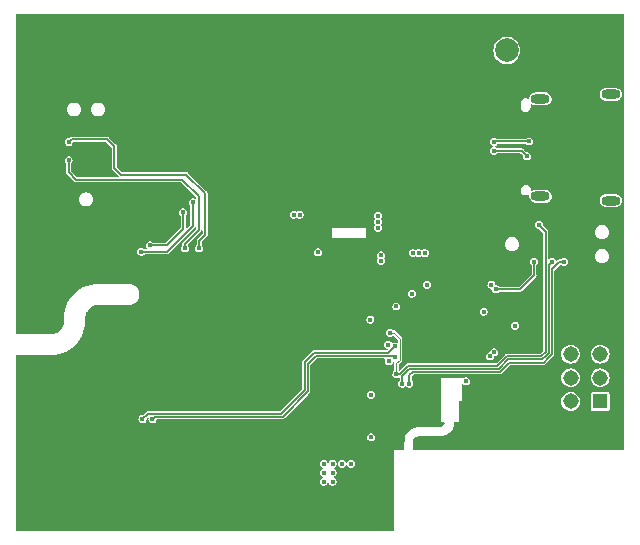
<source format=gbr>
G04 #@! TF.GenerationSoftware,KiCad,Pcbnew,7.0.7*
G04 #@! TF.CreationDate,2025-04-23T23:52:25+03:00*
G04 #@! TF.ProjectId,telemetry_box_01,74656c65-6d65-4747-9279-5f626f785f30,rev?*
G04 #@! TF.SameCoordinates,Original*
G04 #@! TF.FileFunction,Copper,L3,Inr*
G04 #@! TF.FilePolarity,Positive*
%FSLAX46Y46*%
G04 Gerber Fmt 4.6, Leading zero omitted, Abs format (unit mm)*
G04 Created by KiCad (PCBNEW 7.0.7) date 2025-04-23 23:52:25*
%MOMM*%
%LPD*%
G01*
G04 APERTURE LIST*
G04 #@! TA.AperFunction,ComponentPad*
%ADD10O,1.600000X0.800000*%
G04 #@! TD*
G04 #@! TA.AperFunction,ComponentPad*
%ADD11C,2.000000*%
G04 #@! TD*
G04 #@! TA.AperFunction,ComponentPad*
%ADD12R,1.308000X1.308000*%
G04 #@! TD*
G04 #@! TA.AperFunction,ComponentPad*
%ADD13C,1.308000*%
G04 #@! TD*
G04 #@! TA.AperFunction,ComponentPad*
%ADD14O,2.200000X1.100000*%
G04 #@! TD*
G04 #@! TA.AperFunction,ViaPad*
%ADD15C,0.420000*%
G04 #@! TD*
G04 #@! TA.AperFunction,ViaPad*
%ADD16C,0.400000*%
G04 #@! TD*
G04 #@! TA.AperFunction,Conductor*
%ADD17C,0.140000*%
G04 #@! TD*
G04 #@! TA.AperFunction,Conductor*
%ADD18C,0.120000*%
G04 #@! TD*
G04 APERTURE END LIST*
D10*
X159600000Y-75545000D03*
X159600000Y-67285000D03*
X165550000Y-66925000D03*
X165550000Y-75905000D03*
D11*
X156750000Y-63200000D03*
X162000000Y-63200000D03*
D12*
X164650000Y-92915000D03*
D13*
X164650000Y-90915000D03*
X164650000Y-88915000D03*
X162150000Y-92915000D03*
X162150000Y-90915000D03*
X162150000Y-88915000D03*
D14*
X163400000Y-96115000D03*
X163400000Y-85715000D03*
D15*
X115450000Y-82950000D03*
X148500000Y-68650000D03*
X117700000Y-89250000D03*
X143000000Y-79300000D03*
X150400000Y-92900000D03*
X121900000Y-88850000D03*
X139500000Y-64200000D03*
X125900000Y-83850000D03*
X146950000Y-103450000D03*
X146950000Y-99850000D03*
X149200000Y-96750000D03*
X129000000Y-91650000D03*
X148500000Y-64200000D03*
X165400000Y-96750000D03*
X125800000Y-99900000D03*
X150100000Y-85400000D03*
X146950000Y-98950000D03*
X153900000Y-69450000D03*
X144000000Y-70950000D03*
X135450000Y-74850000D03*
X143750000Y-79300000D03*
X156400000Y-74000000D03*
X133800000Y-66000000D03*
X147700000Y-96750000D03*
X115450000Y-60950000D03*
X161750000Y-60650000D03*
X160000000Y-96750000D03*
X130300000Y-61650000D03*
X115450000Y-95250000D03*
X161800000Y-96750000D03*
X118000000Y-97350000D03*
X145200000Y-84050000D03*
X157250000Y-88250000D03*
X129600000Y-88700000D03*
X131250000Y-64150000D03*
X145700000Y-99050000D03*
X163750000Y-60650000D03*
X115450000Y-66950000D03*
X150100000Y-86400000D03*
X139500000Y-70950000D03*
X139500000Y-73200000D03*
X130700000Y-85100000D03*
X153350000Y-68200000D03*
X165750000Y-82650000D03*
X115450000Y-97250000D03*
X135450000Y-68850000D03*
X156400000Y-96750000D03*
X135600000Y-101350000D03*
X139200000Y-102850000D03*
X141200000Y-102850000D03*
X125600000Y-83100000D03*
X140500000Y-86500000D03*
X115450000Y-62950000D03*
X131650000Y-92200000D03*
X135600000Y-99850000D03*
X146250000Y-66450000D03*
X141750000Y-70950000D03*
X151900000Y-96750000D03*
X159600000Y-76900000D03*
X119050000Y-85850000D03*
X144500000Y-79300000D03*
X135600000Y-99050000D03*
X136550000Y-66450000D03*
X118550000Y-75900000D03*
X116700000Y-89250000D03*
X149100000Y-85400000D03*
X153750000Y-60650000D03*
X118200000Y-64050000D03*
X122050000Y-99650000D03*
X151100000Y-85400000D03*
X134250000Y-71000000D03*
X140750000Y-79600000D03*
X119800000Y-88750000D03*
X145200000Y-86550000D03*
X154200000Y-92900000D03*
X159100000Y-85900000D03*
X156150000Y-93900000D03*
X144000000Y-66450000D03*
X146950000Y-101650000D03*
X118750000Y-86750000D03*
X141750000Y-66450000D03*
X115450000Y-93250000D03*
X118100000Y-102950000D03*
X117900000Y-94600000D03*
X152950000Y-95600000D03*
X165750000Y-68650000D03*
X123350000Y-98650000D03*
X152950000Y-94850000D03*
X130250000Y-66550000D03*
X148500000Y-70950000D03*
X133650000Y-84900000D03*
X141750000Y-64200000D03*
X148500000Y-66450000D03*
X154600000Y-96750000D03*
X145200000Y-102850000D03*
X150100000Y-96750000D03*
X165750000Y-94650000D03*
X115450000Y-80950000D03*
X146950000Y-98050000D03*
X145700000Y-100550000D03*
X157300000Y-96750000D03*
X143500000Y-76100000D03*
X120400000Y-63400000D03*
X152800000Y-69450000D03*
X147750000Y-60650000D03*
X123300000Y-82700000D03*
X149450000Y-81500000D03*
X165750000Y-74650000D03*
X146100000Y-83250000D03*
X127600000Y-64600000D03*
X115450000Y-68950000D03*
X135100000Y-88850000D03*
X152800000Y-96750000D03*
X143750000Y-60650000D03*
X158050000Y-90400000D03*
X130800000Y-71500000D03*
X133000000Y-88050000D03*
X127900000Y-90550000D03*
X115450000Y-70950000D03*
X116800000Y-67900000D03*
X152950000Y-93350000D03*
X118550000Y-61450000D03*
X130750000Y-82500000D03*
X145400000Y-81650000D03*
X146250000Y-64200000D03*
X150100000Y-87400000D03*
X127800000Y-81950000D03*
X160900000Y-96750000D03*
X134550000Y-100350000D03*
X154000000Y-81900000D03*
X120600000Y-88050000D03*
X144000000Y-64200000D03*
X141750000Y-68700000D03*
X146950000Y-97150000D03*
X119850000Y-78050000D03*
X127900000Y-91650000D03*
X156400000Y-75700000D03*
X149750000Y-60650000D03*
X130100000Y-92750000D03*
X148500000Y-73200000D03*
X115450000Y-86950000D03*
X149100000Y-87400000D03*
X122650000Y-102850000D03*
X130100000Y-90550000D03*
X125600000Y-84600000D03*
X155750000Y-60650000D03*
X126850000Y-67550000D03*
X115450000Y-99250000D03*
X121250000Y-82850000D03*
X151100000Y-89400000D03*
X115450000Y-90000000D03*
X145150000Y-77200000D03*
X121950000Y-61350000D03*
X124650000Y-102850000D03*
X145700000Y-101350000D03*
X115450000Y-74950000D03*
X121100000Y-87150000D03*
X146250000Y-70950000D03*
X127100000Y-71500000D03*
X130850000Y-100200000D03*
X149100000Y-86400000D03*
X151100000Y-87400000D03*
X135600000Y-100550000D03*
X117400000Y-65950000D03*
X122400000Y-63950000D03*
X126650000Y-102850000D03*
X120650000Y-102850000D03*
X116550000Y-72150000D03*
X136400000Y-98250000D03*
X152100000Y-87400000D03*
X148500000Y-81500000D03*
X159600000Y-93250000D03*
X136700000Y-95200000D03*
X119650000Y-84000000D03*
X115450000Y-91250000D03*
X120350000Y-83300000D03*
X155500000Y-96750000D03*
X159600000Y-91250000D03*
X128650000Y-100000000D03*
X139750000Y-60650000D03*
X124650000Y-74900000D03*
X120950000Y-65950000D03*
X143750000Y-77950000D03*
X153100000Y-85400000D03*
X137200000Y-102850000D03*
X153100000Y-87400000D03*
X154850000Y-81500000D03*
X121300000Y-86150000D03*
X159600000Y-95250000D03*
X118000000Y-91700000D03*
X123300000Y-85000000D03*
X154050000Y-94550000D03*
X156500000Y-85400000D03*
X139500000Y-66450000D03*
X135100000Y-89850000D03*
X126350000Y-61200000D03*
X127900000Y-92750000D03*
X115450000Y-78950000D03*
X132300000Y-68200000D03*
X117550000Y-80100000D03*
X151000000Y-96750000D03*
X153300000Y-80250000D03*
X153500000Y-92900000D03*
X143200000Y-102850000D03*
X122300000Y-85000000D03*
X145700000Y-99850000D03*
X121550000Y-85250000D03*
X153100000Y-88400000D03*
X152800000Y-67650000D03*
X145750000Y-60650000D03*
X130100000Y-91650000D03*
X120050000Y-99650000D03*
X124600000Y-69050000D03*
X141750000Y-60650000D03*
X153100000Y-86400000D03*
X152100000Y-88400000D03*
X159750000Y-60650000D03*
X139500000Y-68700000D03*
X118850000Y-89150000D03*
X165750000Y-92650000D03*
X118050000Y-99650000D03*
X135200000Y-102850000D03*
X150950000Y-94100000D03*
X122300000Y-82700000D03*
X150100000Y-89400000D03*
X146250000Y-68650000D03*
X136100000Y-88850000D03*
X161600000Y-76900000D03*
X165750000Y-72650000D03*
X129000000Y-92750000D03*
X166300000Y-96750000D03*
X115450000Y-76950000D03*
X150950000Y-93350000D03*
X157600000Y-76900000D03*
X119200000Y-84850000D03*
X145400000Y-82600000D03*
X165750000Y-78650000D03*
X157750000Y-60650000D03*
X127800000Y-86650000D03*
X165750000Y-62650000D03*
X144550000Y-95950000D03*
X153350000Y-68900000D03*
X145500000Y-90150000D03*
X142250000Y-77950000D03*
X152100000Y-86400000D03*
X165750000Y-64650000D03*
X144500000Y-76100000D03*
X115450000Y-72950000D03*
X149100000Y-89400000D03*
X136100000Y-89850000D03*
X145200000Y-85000000D03*
X136800000Y-82800000D03*
X153700000Y-96750000D03*
X115450000Y-64950000D03*
X159500000Y-88250000D03*
X146950000Y-102550000D03*
X152100000Y-89400000D03*
X143000000Y-76950000D03*
X129050000Y-70050000D03*
X136050000Y-85500000D03*
X148320000Y-77850000D03*
X153050000Y-94100000D03*
X115450000Y-101250000D03*
X159100000Y-96750000D03*
X115450000Y-103250000D03*
X151100000Y-86400000D03*
X132650000Y-102850000D03*
X142250000Y-79300000D03*
X135250000Y-64150000D03*
X143000000Y-77950000D03*
X165750000Y-60650000D03*
X165750000Y-80650000D03*
X153900000Y-67650000D03*
X135450000Y-92650000D03*
X144000000Y-68700000D03*
X130650000Y-102850000D03*
X122250000Y-77500000D03*
X144550000Y-92350000D03*
X146950000Y-100750000D03*
X165750000Y-70650000D03*
X129000000Y-90550000D03*
X154000000Y-80900000D03*
X145500000Y-87650000D03*
X158200000Y-96750000D03*
X151750000Y-60650000D03*
X117700000Y-86950000D03*
X116700000Y-86950000D03*
X115450000Y-84950000D03*
X153100000Y-89400000D03*
X150100000Y-88400000D03*
X124300000Y-65600000D03*
X151100000Y-88400000D03*
X133750000Y-82200000D03*
X152100000Y-85400000D03*
X135600000Y-89350000D03*
X128650000Y-102850000D03*
X149100000Y-88400000D03*
D16*
X130150000Y-76050000D03*
X125800000Y-80250000D03*
X129350000Y-76900000D03*
X126550000Y-79700000D03*
X147277996Y-89130403D03*
X126750000Y-94400000D03*
X147250000Y-88250000D03*
X125900000Y-94400000D03*
X129500000Y-79950000D03*
X119650000Y-72500000D03*
X119650000Y-70950000D03*
X130700000Y-79950000D03*
X147400000Y-90600000D03*
X159450000Y-77950000D03*
X146850000Y-87100000D03*
X155330000Y-89100000D03*
X149300000Y-80350000D03*
X147396397Y-84865881D03*
X159050000Y-81100000D03*
X155690000Y-88740000D03*
X146100000Y-81000000D03*
X155800000Y-83400000D03*
X146100000Y-80550000D03*
X146700000Y-88100000D03*
X148800000Y-80350000D03*
X148700940Y-83796740D03*
X145200000Y-86000000D03*
X155450000Y-83050000D03*
X150000000Y-83050000D03*
X146750000Y-89500000D03*
X149800000Y-80350000D03*
X147900000Y-91400000D03*
X160600000Y-81100000D03*
X154787371Y-85325500D03*
D15*
X157450000Y-86500000D03*
D16*
X153300000Y-91200000D03*
X161600000Y-81100000D03*
X148500000Y-91400000D03*
X142800000Y-98200000D03*
X145250000Y-95950000D03*
X139200000Y-77100000D03*
X142000000Y-99700000D03*
X142000000Y-98950000D03*
X145850000Y-77200000D03*
X145850000Y-78200000D03*
X142000000Y-98200000D03*
X145250000Y-92350000D03*
X141250000Y-99700000D03*
X138700000Y-77100000D03*
X141250000Y-98200000D03*
X141250000Y-98950000D03*
X145850000Y-77700000D03*
X143550000Y-98200000D03*
X140750000Y-80300000D03*
X155650000Y-70950000D03*
X158650000Y-70900000D03*
X158450000Y-72150000D03*
X155650000Y-71700000D03*
D17*
X130150000Y-76050000D02*
X130150000Y-78050000D01*
X130150000Y-78050000D02*
X127950000Y-80250000D01*
X127950000Y-80250000D02*
X125800000Y-80250000D01*
X129350000Y-76900000D02*
X129350000Y-78300000D01*
X127950000Y-79700000D02*
X126550000Y-79700000D01*
X129350000Y-78300000D02*
X127950000Y-79700000D01*
X140567696Y-89050000D02*
X147197593Y-89050000D01*
X147197593Y-89050000D02*
X147277996Y-89130403D01*
X126750000Y-94400000D02*
X126940000Y-94210000D01*
X137757696Y-94210000D02*
X139910000Y-92057696D01*
X126940000Y-94210000D02*
X137757696Y-94210000D01*
X139910000Y-89707696D02*
X140567696Y-89050000D01*
X139910000Y-92057696D02*
X139910000Y-89707696D01*
X126350000Y-93950000D02*
X137650000Y-93950000D01*
X139650000Y-89600000D02*
X140460000Y-88790000D01*
X140460000Y-88790000D02*
X146710000Y-88790000D01*
X137650000Y-93950000D02*
X139650000Y-91950000D01*
X125900000Y-94400000D02*
X126350000Y-93950000D01*
X139650000Y-91950000D02*
X139650000Y-89600000D01*
X147250000Y-88250000D02*
X146710000Y-88790000D01*
X129250000Y-74150000D02*
X130650000Y-75550000D01*
X130650000Y-75550000D02*
X130650000Y-78400000D01*
X130650000Y-78400000D02*
X129500000Y-79550000D01*
X120300000Y-74150000D02*
X129250000Y-74150000D01*
X119650000Y-73500000D02*
X120300000Y-74150000D01*
X119650000Y-72500000D02*
X119650000Y-73500000D01*
X129500000Y-79550000D02*
X129500000Y-79950000D01*
X131200000Y-75300000D02*
X131200000Y-78800000D01*
X124050000Y-73700000D02*
X129600000Y-73700000D01*
X130700000Y-79300000D02*
X130700000Y-79950000D01*
X122900000Y-70700000D02*
X123500000Y-71300000D01*
X119900000Y-70700000D02*
X122900000Y-70700000D01*
X119650000Y-70950000D02*
X119900000Y-70700000D01*
X123500000Y-71300000D02*
X123500000Y-73150000D01*
X129600000Y-73700000D02*
X131200000Y-75300000D01*
X131200000Y-78800000D02*
X130700000Y-79300000D01*
X123500000Y-73150000D02*
X124050000Y-73700000D01*
X147400000Y-90600000D02*
X147700000Y-90600000D01*
X160050000Y-88700000D02*
X160050000Y-78550000D01*
D18*
X147400000Y-90600000D02*
X147400000Y-89700000D01*
D17*
X160050000Y-78550000D02*
X159450000Y-77950000D01*
D18*
X147200000Y-87100000D02*
X146850000Y-87100000D01*
X147400000Y-89700000D02*
X147700000Y-89400000D01*
D17*
X155950000Y-89900000D02*
X156750000Y-89100000D01*
D18*
X147700000Y-89400000D02*
X147700000Y-87600000D01*
D17*
X148400000Y-89900000D02*
X155950000Y-89900000D01*
D18*
X147700000Y-87600000D02*
X147200000Y-87100000D01*
D17*
X159650000Y-89100000D02*
X160050000Y-88700000D01*
X147700000Y-90600000D02*
X148400000Y-89900000D01*
X156750000Y-89100000D02*
X159650000Y-89100000D01*
X158150000Y-83150000D02*
X159050000Y-82250000D01*
X159050000Y-82250000D02*
X159050000Y-81100000D01*
X157900000Y-83400000D02*
X158150000Y-83150000D01*
X155800000Y-83400000D02*
X157900000Y-83400000D01*
X147900000Y-91400000D02*
X147900000Y-90767696D01*
X156857696Y-89360000D02*
X159450000Y-89360000D01*
X159450000Y-89360000D02*
X159757695Y-89360001D01*
X160310000Y-88807696D02*
X160310000Y-88000000D01*
X147900000Y-90767696D02*
X148507696Y-90160000D01*
X148507696Y-90160000D02*
X156057696Y-90160000D01*
X160310000Y-88000000D02*
X160310000Y-81390000D01*
X160083848Y-89033848D02*
X160310000Y-88807696D01*
X156057696Y-90160000D02*
X156857696Y-89360000D01*
X159757695Y-89360001D02*
X160083848Y-89033848D01*
X160310000Y-81390000D02*
X160600000Y-81100000D01*
X160242696Y-89242696D02*
X160570000Y-88915392D01*
X156965392Y-89620000D02*
X159450000Y-89620000D01*
X161200000Y-81100000D02*
X161600000Y-81100000D01*
X160570000Y-81730000D02*
X160750000Y-81550000D01*
X148500000Y-90700000D02*
X148780000Y-90420000D01*
X148780000Y-90420000D02*
X156165391Y-90420001D01*
X156165391Y-90420001D02*
X156965392Y-89620000D01*
X160570000Y-88915392D02*
X160570000Y-88150000D01*
X159450002Y-89620002D02*
X159865390Y-89620002D01*
X159865390Y-89620002D02*
X160242696Y-89242696D01*
X159450000Y-89620000D02*
X159450002Y-89620002D01*
X160570000Y-88150000D02*
X160570000Y-82400000D01*
X148500000Y-91400000D02*
X148500000Y-90700000D01*
X160750000Y-81550000D02*
X161200000Y-81100000D01*
X160570000Y-82400000D02*
X160570000Y-81730000D01*
X158650000Y-70900000D02*
X155900000Y-70900000D01*
X155700000Y-70900000D02*
X155650000Y-70950000D01*
X155900000Y-70900000D02*
X155700000Y-70900000D01*
X158000000Y-71700000D02*
X158450000Y-72150000D01*
X155650000Y-71700000D02*
X158000000Y-71700000D01*
G04 #@! TA.AperFunction,Conductor*
G36*
X166679290Y-60120710D02*
G01*
X166699500Y-60169500D01*
X166699500Y-96931000D01*
X166679290Y-96979790D01*
X166630500Y-97000000D01*
X148869000Y-97000000D01*
X148820210Y-96979790D01*
X148800000Y-96931000D01*
X148800000Y-96220890D01*
X148811586Y-96182619D01*
X148985204Y-95922193D01*
X149025876Y-95893530D01*
X149391760Y-95802060D01*
X149408495Y-95800000D01*
X151249995Y-95800000D01*
X151250000Y-95800000D01*
X151600000Y-95750000D01*
X152150000Y-95400000D01*
X152250000Y-95000000D01*
X152250002Y-94999978D01*
X152291538Y-94709242D01*
X152318444Y-94663800D01*
X152359844Y-94650000D01*
X152700000Y-94650000D01*
X152700000Y-92969000D01*
X152720210Y-92920210D01*
X152732788Y-92915000D01*
X161350473Y-92915000D01*
X161370519Y-93092913D01*
X161429650Y-93261901D01*
X161429651Y-93261902D01*
X161524905Y-93413497D01*
X161651503Y-93540095D01*
X161803098Y-93635349D01*
X161972089Y-93694481D01*
X162105385Y-93709500D01*
X162149999Y-93714527D01*
X162150000Y-93714527D01*
X162150001Y-93714527D01*
X162172592Y-93711981D01*
X162327911Y-93694481D01*
X162496902Y-93635349D01*
X162580471Y-93582839D01*
X163855500Y-93582839D01*
X163863651Y-93623821D01*
X163863651Y-93623822D01*
X163863652Y-93623823D01*
X163894705Y-93670295D01*
X163941179Y-93701349D01*
X163982159Y-93709500D01*
X165317840Y-93709499D01*
X165358821Y-93701349D01*
X165405295Y-93670295D01*
X165436349Y-93623821D01*
X165444500Y-93582841D01*
X165444499Y-92247160D01*
X165436349Y-92206179D01*
X165405295Y-92159705D01*
X165374384Y-92139050D01*
X165358823Y-92128652D01*
X165358821Y-92128651D01*
X165317842Y-92120500D01*
X163982160Y-92120500D01*
X163941178Y-92128651D01*
X163941177Y-92128651D01*
X163894705Y-92159705D01*
X163863652Y-92206176D01*
X163863651Y-92206178D01*
X163855500Y-92247157D01*
X163855500Y-93582839D01*
X162580471Y-93582839D01*
X162648497Y-93540095D01*
X162775095Y-93413497D01*
X162870349Y-93261902D01*
X162929481Y-93092911D01*
X162949527Y-92915000D01*
X162929481Y-92737089D01*
X162870349Y-92568098D01*
X162775095Y-92416503D01*
X162648497Y-92289905D01*
X162515247Y-92206178D01*
X162496901Y-92194650D01*
X162327912Y-92135519D01*
X162327913Y-92135519D01*
X162150001Y-92115473D01*
X162149999Y-92115473D01*
X161972086Y-92135519D01*
X161803098Y-92194650D01*
X161651500Y-92289907D01*
X161524907Y-92416500D01*
X161429650Y-92568098D01*
X161370519Y-92737086D01*
X161350473Y-92914999D01*
X161350473Y-92915000D01*
X152732788Y-92915000D01*
X152769000Y-92900000D01*
X152950000Y-92900000D01*
X152950000Y-91498778D01*
X152970210Y-91449988D01*
X153019000Y-91429778D01*
X153063352Y-91445921D01*
X153068199Y-91449988D01*
X153127123Y-91499431D01*
X153239961Y-91540500D01*
X153360038Y-91540500D01*
X153360039Y-91540500D01*
X153472877Y-91499431D01*
X153564862Y-91422246D01*
X153624902Y-91318254D01*
X153645753Y-91200000D01*
X153624902Y-91081746D01*
X153564862Y-90977754D01*
X153564859Y-90977751D01*
X153564860Y-90977751D01*
X153490075Y-90915000D01*
X161350473Y-90915000D01*
X161370519Y-91092913D01*
X161429650Y-91261901D01*
X161429651Y-91261902D01*
X161524905Y-91413497D01*
X161651503Y-91540095D01*
X161803098Y-91635349D01*
X161972089Y-91694481D01*
X162124121Y-91711611D01*
X162149999Y-91714527D01*
X162150000Y-91714527D01*
X162150001Y-91714527D01*
X162172592Y-91711981D01*
X162327911Y-91694481D01*
X162496902Y-91635349D01*
X162648497Y-91540095D01*
X162775095Y-91413497D01*
X162870349Y-91261902D01*
X162929481Y-91092911D01*
X162949527Y-90915000D01*
X163850473Y-90915000D01*
X163870519Y-91092913D01*
X163929650Y-91261901D01*
X163929651Y-91261902D01*
X164024905Y-91413497D01*
X164151503Y-91540095D01*
X164303098Y-91635349D01*
X164472089Y-91694481D01*
X164624121Y-91711611D01*
X164649999Y-91714527D01*
X164650000Y-91714527D01*
X164650001Y-91714527D01*
X164672592Y-91711981D01*
X164827911Y-91694481D01*
X164996902Y-91635349D01*
X165148497Y-91540095D01*
X165275095Y-91413497D01*
X165370349Y-91261902D01*
X165429481Y-91092911D01*
X165449527Y-90915000D01*
X165429481Y-90737089D01*
X165370349Y-90568098D01*
X165275095Y-90416503D01*
X165148497Y-90289905D01*
X165047433Y-90226402D01*
X164996901Y-90194650D01*
X164827912Y-90135519D01*
X164827913Y-90135519D01*
X164650001Y-90115473D01*
X164649999Y-90115473D01*
X164472086Y-90135519D01*
X164303098Y-90194650D01*
X164151500Y-90289907D01*
X164024907Y-90416500D01*
X163929650Y-90568098D01*
X163870519Y-90737086D01*
X163850473Y-90914999D01*
X163850473Y-90915000D01*
X162949527Y-90915000D01*
X162929481Y-90737089D01*
X162870349Y-90568098D01*
X162775095Y-90416503D01*
X162648497Y-90289905D01*
X162547433Y-90226402D01*
X162496901Y-90194650D01*
X162327912Y-90135519D01*
X162327913Y-90135519D01*
X162150001Y-90115473D01*
X162149999Y-90115473D01*
X161972086Y-90135519D01*
X161803098Y-90194650D01*
X161651500Y-90289907D01*
X161524907Y-90416500D01*
X161429650Y-90568098D01*
X161370519Y-90737086D01*
X161350473Y-90914999D01*
X161350473Y-90915000D01*
X153490075Y-90915000D01*
X153472877Y-90900569D01*
X153360040Y-90859500D01*
X153360039Y-90859500D01*
X153239961Y-90859500D01*
X153183542Y-90880034D01*
X153127123Y-90900569D01*
X153063352Y-90954079D01*
X153012986Y-90969959D01*
X152966143Y-90945574D01*
X152950000Y-90901222D01*
X152950000Y-90900000D01*
X151200000Y-90900000D01*
X151200000Y-92900000D01*
X151200000Y-94650000D01*
X151421073Y-94650000D01*
X151469863Y-94670210D01*
X151490073Y-94719000D01*
X151478484Y-94757274D01*
X151270484Y-95069274D01*
X151226605Y-95098660D01*
X151213073Y-95100000D01*
X149149998Y-95100000D01*
X148599999Y-95250000D01*
X148099999Y-95849999D01*
X148099999Y-95850000D01*
X148052870Y-96933997D01*
X148030560Y-96981864D01*
X147983935Y-97000000D01*
X147200000Y-97000000D01*
X147200000Y-103830500D01*
X147179790Y-103879290D01*
X147131000Y-103899500D01*
X115269000Y-103899500D01*
X115220210Y-103879290D01*
X115200000Y-103830500D01*
X115200000Y-99700000D01*
X140904247Y-99700000D01*
X140922378Y-99802832D01*
X140925098Y-99818254D01*
X140985138Y-99922246D01*
X140985140Y-99922248D01*
X140985139Y-99922248D01*
X141065925Y-99990034D01*
X141077123Y-99999431D01*
X141189961Y-100040500D01*
X141310038Y-100040500D01*
X141310039Y-100040500D01*
X141422877Y-99999431D01*
X141514862Y-99922246D01*
X141565245Y-99834980D01*
X141607142Y-99802832D01*
X141659500Y-99809725D01*
X141684754Y-99834979D01*
X141735138Y-99922246D01*
X141735140Y-99922248D01*
X141735139Y-99922248D01*
X141815925Y-99990034D01*
X141827123Y-99999431D01*
X141939961Y-100040500D01*
X142060038Y-100040500D01*
X142060039Y-100040500D01*
X142172877Y-99999431D01*
X142264862Y-99922246D01*
X142324902Y-99818254D01*
X142345753Y-99700000D01*
X142324902Y-99581746D01*
X142264862Y-99477754D01*
X142264859Y-99477751D01*
X142264860Y-99477751D01*
X142172877Y-99400569D01*
X142172876Y-99400569D01*
X142143394Y-99389838D01*
X142104459Y-99354161D01*
X142102155Y-99301401D01*
X142137833Y-99262465D01*
X142143387Y-99260164D01*
X142172877Y-99249431D01*
X142264862Y-99172246D01*
X142324902Y-99068254D01*
X142345753Y-98950000D01*
X142324902Y-98831746D01*
X142264862Y-98727754D01*
X142264859Y-98727751D01*
X142264860Y-98727751D01*
X142172877Y-98650569D01*
X142172876Y-98650569D01*
X142143394Y-98639838D01*
X142104459Y-98604161D01*
X142102155Y-98551401D01*
X142137833Y-98512465D01*
X142143387Y-98510164D01*
X142172877Y-98499431D01*
X142264862Y-98422246D01*
X142324902Y-98318254D01*
X142332047Y-98277727D01*
X142360423Y-98233187D01*
X142411981Y-98221756D01*
X142456521Y-98250131D01*
X142467952Y-98277727D01*
X142475097Y-98318252D01*
X142475097Y-98318253D01*
X142475098Y-98318254D01*
X142535138Y-98422246D01*
X142535140Y-98422248D01*
X142535139Y-98422248D01*
X142615925Y-98490034D01*
X142627123Y-98499431D01*
X142739961Y-98540500D01*
X142860038Y-98540500D01*
X142860039Y-98540500D01*
X142972877Y-98499431D01*
X143064862Y-98422246D01*
X143115245Y-98334978D01*
X143157140Y-98302832D01*
X143209499Y-98309725D01*
X143234754Y-98334980D01*
X143285138Y-98422246D01*
X143285139Y-98422248D01*
X143365925Y-98490034D01*
X143377123Y-98499431D01*
X143489961Y-98540500D01*
X143610038Y-98540500D01*
X143610039Y-98540500D01*
X143722877Y-98499431D01*
X143814862Y-98422246D01*
X143874902Y-98318254D01*
X143895753Y-98200000D01*
X143874902Y-98081746D01*
X143814862Y-97977754D01*
X143814859Y-97977751D01*
X143814860Y-97977751D01*
X143722877Y-97900569D01*
X143610040Y-97859500D01*
X143610039Y-97859500D01*
X143489961Y-97859500D01*
X143433542Y-97880034D01*
X143377123Y-97900569D01*
X143285139Y-97977751D01*
X143234756Y-98065018D01*
X143192858Y-98097167D01*
X143140500Y-98090274D01*
X143115244Y-98065018D01*
X143064862Y-97977754D01*
X143064859Y-97977751D01*
X143064860Y-97977751D01*
X142972877Y-97900569D01*
X142860040Y-97859500D01*
X142860039Y-97859500D01*
X142739961Y-97859500D01*
X142683542Y-97880034D01*
X142627123Y-97900569D01*
X142535140Y-97977751D01*
X142475097Y-98081748D01*
X142467952Y-98122272D01*
X142439577Y-98166812D01*
X142388019Y-98178243D01*
X142343479Y-98149868D01*
X142332048Y-98122272D01*
X142327621Y-98097167D01*
X142324902Y-98081746D01*
X142264862Y-97977754D01*
X142264859Y-97977751D01*
X142264860Y-97977751D01*
X142172877Y-97900569D01*
X142060040Y-97859500D01*
X142060039Y-97859500D01*
X141939961Y-97859500D01*
X141883542Y-97880034D01*
X141827123Y-97900569D01*
X141735139Y-97977751D01*
X141684756Y-98065018D01*
X141642858Y-98097167D01*
X141590500Y-98090274D01*
X141565244Y-98065018D01*
X141514862Y-97977754D01*
X141514859Y-97977751D01*
X141514860Y-97977751D01*
X141422877Y-97900569D01*
X141310040Y-97859500D01*
X141310039Y-97859500D01*
X141189961Y-97859500D01*
X141133542Y-97880034D01*
X141077123Y-97900569D01*
X140985140Y-97977751D01*
X140925097Y-98081748D01*
X140904247Y-98200000D01*
X140922378Y-98302832D01*
X140925098Y-98318254D01*
X140985138Y-98422246D01*
X140985140Y-98422248D01*
X140985139Y-98422248D01*
X141065925Y-98490034D01*
X141077123Y-98499431D01*
X141106604Y-98510161D01*
X141145540Y-98545839D01*
X141147844Y-98598599D01*
X141112166Y-98637535D01*
X141106605Y-98639839D01*
X141077122Y-98650569D01*
X140985140Y-98727751D01*
X140925097Y-98831748D01*
X140904247Y-98949999D01*
X140922378Y-99052832D01*
X140925098Y-99068254D01*
X140985138Y-99172246D01*
X140985140Y-99172248D01*
X140985139Y-99172248D01*
X141065925Y-99240034D01*
X141077123Y-99249431D01*
X141106604Y-99260161D01*
X141145540Y-99295839D01*
X141147844Y-99348599D01*
X141112166Y-99387535D01*
X141106605Y-99389839D01*
X141077122Y-99400569D01*
X140985140Y-99477751D01*
X140985138Y-99477753D01*
X140985138Y-99477754D01*
X140925098Y-99581746D01*
X140925097Y-99581748D01*
X140904247Y-99700000D01*
X115200000Y-99700000D01*
X115200000Y-95950000D01*
X144904247Y-95950000D01*
X144925098Y-96068254D01*
X144985138Y-96172246D01*
X144985140Y-96172248D01*
X144985139Y-96172248D01*
X145043109Y-96220890D01*
X145077123Y-96249431D01*
X145189961Y-96290500D01*
X145310038Y-96290500D01*
X145310039Y-96290500D01*
X145422877Y-96249431D01*
X145514862Y-96172246D01*
X145574902Y-96068254D01*
X145595753Y-95950000D01*
X145574902Y-95831746D01*
X145514862Y-95727754D01*
X145514859Y-95727751D01*
X145514860Y-95727751D01*
X145422877Y-95650569D01*
X145310040Y-95609500D01*
X145310039Y-95609500D01*
X145189961Y-95609500D01*
X145133542Y-95630034D01*
X145077123Y-95650569D01*
X144985140Y-95727751D01*
X144925097Y-95831748D01*
X144904247Y-95949999D01*
X144904247Y-95950000D01*
X115200000Y-95950000D01*
X115200000Y-94400000D01*
X125554247Y-94400000D01*
X125558544Y-94424373D01*
X125575098Y-94518254D01*
X125635138Y-94622246D01*
X125635140Y-94622248D01*
X125635139Y-94622248D01*
X125692299Y-94670210D01*
X125727123Y-94699431D01*
X125839961Y-94740500D01*
X125960038Y-94740500D01*
X125960039Y-94740500D01*
X126072877Y-94699431D01*
X126164862Y-94622246D01*
X126224902Y-94518254D01*
X126245753Y-94400000D01*
X126244786Y-94394517D01*
X126256213Y-94342960D01*
X126263935Y-94333755D01*
X126293724Y-94303967D01*
X126342513Y-94283759D01*
X126391303Y-94303969D01*
X126411512Y-94352760D01*
X126410464Y-94364740D01*
X126407218Y-94383149D01*
X126404247Y-94400000D01*
X126425098Y-94518254D01*
X126485138Y-94622246D01*
X126485140Y-94622248D01*
X126485139Y-94622248D01*
X126542299Y-94670210D01*
X126577123Y-94699431D01*
X126689961Y-94740500D01*
X126810038Y-94740500D01*
X126810039Y-94740500D01*
X126922877Y-94699431D01*
X127014862Y-94622246D01*
X127074902Y-94518254D01*
X127082084Y-94477518D01*
X127110460Y-94432978D01*
X127150037Y-94420500D01*
X137710205Y-94420500D01*
X137732996Y-94424373D01*
X137733363Y-94424501D01*
X137733521Y-94424556D01*
X137767593Y-94420716D01*
X137771457Y-94420500D01*
X137781411Y-94420500D01*
X137781412Y-94420500D01*
X137791119Y-94418283D01*
X137794934Y-94417636D01*
X137802870Y-94416741D01*
X137829008Y-94413797D01*
X137829475Y-94413502D01*
X137850839Y-94404653D01*
X137851377Y-94404531D01*
X137878198Y-94383140D01*
X137881336Y-94380915D01*
X137889772Y-94375616D01*
X137896815Y-94368571D01*
X137899696Y-94365998D01*
X137916296Y-94352760D01*
X137926504Y-94344620D01*
X137926745Y-94344118D01*
X137940121Y-94325265D01*
X139915387Y-92349999D01*
X144904247Y-92349999D01*
X144915972Y-92416500D01*
X144925098Y-92468254D01*
X144985138Y-92572246D01*
X144985140Y-92572248D01*
X144985139Y-92572248D01*
X145065925Y-92640034D01*
X145077123Y-92649431D01*
X145189961Y-92690500D01*
X145310038Y-92690500D01*
X145310039Y-92690500D01*
X145422877Y-92649431D01*
X145514862Y-92572246D01*
X145574902Y-92468254D01*
X145595753Y-92350000D01*
X145574902Y-92231746D01*
X145514862Y-92127754D01*
X145514859Y-92127751D01*
X145514860Y-92127751D01*
X145422877Y-92050569D01*
X145310040Y-92009500D01*
X145310039Y-92009500D01*
X145189961Y-92009500D01*
X145133542Y-92030034D01*
X145077123Y-92050569D01*
X144985140Y-92127751D01*
X144985138Y-92127753D01*
X144985138Y-92127754D01*
X144925098Y-92231746D01*
X144925097Y-92231748D01*
X144904247Y-92349999D01*
X139915387Y-92349999D01*
X140025265Y-92240121D01*
X140044118Y-92226745D01*
X140044620Y-92226504D01*
X140060829Y-92206178D01*
X140065998Y-92199696D01*
X140068571Y-92196815D01*
X140075616Y-92189772D01*
X140080913Y-92181339D01*
X140083150Y-92178187D01*
X140104531Y-92151377D01*
X140104654Y-92150839D01*
X140113505Y-92129472D01*
X140113797Y-92129007D01*
X140113797Y-92129005D01*
X140113938Y-92127754D01*
X140117637Y-92094917D01*
X140118284Y-92091120D01*
X140118365Y-92090764D01*
X140120500Y-92081412D01*
X140120500Y-92071455D01*
X140120717Y-92067588D01*
X140124556Y-92033521D01*
X140124372Y-92032995D01*
X140120500Y-92010206D01*
X140120500Y-89823467D01*
X140140709Y-89774678D01*
X140634678Y-89280710D01*
X140683468Y-89260500D01*
X146375588Y-89260500D01*
X146424378Y-89280710D01*
X146444588Y-89329500D01*
X146435344Y-89364000D01*
X146425097Y-89381747D01*
X146404247Y-89500000D01*
X146419794Y-89588177D01*
X146425098Y-89618254D01*
X146485138Y-89722246D01*
X146485140Y-89722248D01*
X146485139Y-89722248D01*
X146547622Y-89774677D01*
X146577123Y-89799431D01*
X146689961Y-89840500D01*
X146810038Y-89840500D01*
X146810039Y-89840500D01*
X146922877Y-89799431D01*
X147014862Y-89722246D01*
X147074233Y-89619412D01*
X147116127Y-89587266D01*
X147168486Y-89594159D01*
X147200635Y-89636056D01*
X147202552Y-89661639D01*
X147202238Y-89664431D01*
X147201590Y-89668244D01*
X147199501Y-89677402D01*
X147199500Y-89677411D01*
X147199500Y-89686807D01*
X147199283Y-89690667D01*
X147198854Y-89694480D01*
X147195637Y-89723026D01*
X147195647Y-89723111D01*
X147199500Y-89745786D01*
X147199500Y-90291572D01*
X147179290Y-90340362D01*
X147174852Y-90344429D01*
X147135140Y-90377751D01*
X147075097Y-90481748D01*
X147054247Y-90600000D01*
X147069794Y-90688177D01*
X147075098Y-90718254D01*
X147135138Y-90822246D01*
X147135140Y-90822248D01*
X147135139Y-90822248D01*
X147208099Y-90883468D01*
X147227123Y-90899431D01*
X147339961Y-90940500D01*
X147460038Y-90940500D01*
X147460039Y-90940500D01*
X147572877Y-90899431D01*
X147576147Y-90896686D01*
X147626512Y-90880805D01*
X147673356Y-90905189D01*
X147689500Y-90949543D01*
X147689500Y-91099963D01*
X147669290Y-91148753D01*
X147664852Y-91152820D01*
X147635140Y-91177751D01*
X147635138Y-91177753D01*
X147635138Y-91177754D01*
X147586556Y-91261901D01*
X147575097Y-91281748D01*
X147554247Y-91400000D01*
X147571778Y-91499430D01*
X147575098Y-91518254D01*
X147635138Y-91622246D01*
X147635140Y-91622248D01*
X147635139Y-91622248D01*
X147715925Y-91690034D01*
X147727123Y-91699431D01*
X147839961Y-91740500D01*
X147960038Y-91740500D01*
X147960039Y-91740500D01*
X148072877Y-91699431D01*
X148149247Y-91635349D01*
X148155648Y-91629978D01*
X148206014Y-91614098D01*
X148244352Y-91629978D01*
X148250753Y-91635349D01*
X148327123Y-91699431D01*
X148439961Y-91740500D01*
X148560038Y-91740500D01*
X148560039Y-91740500D01*
X148672877Y-91699431D01*
X148764862Y-91622246D01*
X148824902Y-91518254D01*
X148845753Y-91400000D01*
X148824902Y-91281746D01*
X148764862Y-91177754D01*
X148764860Y-91177752D01*
X148735147Y-91152819D01*
X148710762Y-91105975D01*
X148710500Y-91099963D01*
X148710500Y-90815772D01*
X148730710Y-90766982D01*
X148846982Y-90650710D01*
X148895772Y-90630500D01*
X156117898Y-90630500D01*
X156140689Y-90634373D01*
X156141213Y-90634556D01*
X156141216Y-90634557D01*
X156175289Y-90630716D01*
X156179153Y-90630500D01*
X156189107Y-90630501D01*
X156198811Y-90628285D01*
X156202629Y-90627637D01*
X156210565Y-90626742D01*
X156236703Y-90623798D01*
X156237170Y-90623503D01*
X156258534Y-90614654D01*
X156259072Y-90614532D01*
X156285893Y-90593141D01*
X156289031Y-90590916D01*
X156297467Y-90585617D01*
X156304510Y-90578572D01*
X156307391Y-90575999D01*
X156319774Y-90566123D01*
X156334199Y-90554621D01*
X156334440Y-90554119D01*
X156347816Y-90535266D01*
X157032373Y-89850710D01*
X157081164Y-89830500D01*
X159424401Y-89830500D01*
X159424437Y-89830502D01*
X159426286Y-89830502D01*
X159436241Y-89830502D01*
X159440104Y-89830718D01*
X159474177Y-89834558D01*
X159474483Y-89834450D01*
X159474702Y-89834375D01*
X159497493Y-89830502D01*
X159817899Y-89830502D01*
X159840690Y-89834375D01*
X159841057Y-89834503D01*
X159841215Y-89834558D01*
X159875287Y-89830718D01*
X159879151Y-89830502D01*
X159889105Y-89830502D01*
X159889106Y-89830502D01*
X159898813Y-89828285D01*
X159902628Y-89827638D01*
X159910564Y-89826743D01*
X159936702Y-89823799D01*
X159937169Y-89823504D01*
X159958533Y-89814655D01*
X159959071Y-89814533D01*
X159985892Y-89793142D01*
X159989030Y-89790917D01*
X159997466Y-89785618D01*
X160004509Y-89778573D01*
X160007390Y-89776000D01*
X160017856Y-89767653D01*
X160034198Y-89754622D01*
X160034439Y-89754119D01*
X160047818Y-89735265D01*
X160428519Y-89354565D01*
X160428522Y-89354560D01*
X160522582Y-89260500D01*
X160685265Y-89097817D01*
X160704118Y-89084441D01*
X160704620Y-89084200D01*
X160719251Y-89065852D01*
X160725998Y-89057392D01*
X160728571Y-89054511D01*
X160735616Y-89047468D01*
X160740915Y-89039032D01*
X160743140Y-89035894D01*
X160764531Y-89009073D01*
X160764653Y-89008535D01*
X160773502Y-88987171D01*
X160773797Y-88986704D01*
X160777636Y-88952630D01*
X160778285Y-88948809D01*
X160779972Y-88941423D01*
X160780500Y-88939108D01*
X160780500Y-88929152D01*
X160780717Y-88925285D01*
X160781876Y-88915000D01*
X161350473Y-88915000D01*
X161370519Y-89092913D01*
X161429650Y-89261901D01*
X161441469Y-89280710D01*
X161524905Y-89413497D01*
X161651503Y-89540095D01*
X161803098Y-89635349D01*
X161972089Y-89694481D01*
X162124121Y-89711611D01*
X162149999Y-89714527D01*
X162150000Y-89714527D01*
X162150001Y-89714527D01*
X162172592Y-89711981D01*
X162327911Y-89694481D01*
X162496902Y-89635349D01*
X162648497Y-89540095D01*
X162775095Y-89413497D01*
X162870349Y-89261902D01*
X162929481Y-89092911D01*
X162949527Y-88915000D01*
X163850473Y-88915000D01*
X163870519Y-89092913D01*
X163929650Y-89261901D01*
X163941469Y-89280710D01*
X164024905Y-89413497D01*
X164151503Y-89540095D01*
X164303098Y-89635349D01*
X164472089Y-89694481D01*
X164624121Y-89711611D01*
X164649999Y-89714527D01*
X164650000Y-89714527D01*
X164650001Y-89714527D01*
X164672592Y-89711981D01*
X164827911Y-89694481D01*
X164996902Y-89635349D01*
X165148497Y-89540095D01*
X165275095Y-89413497D01*
X165370349Y-89261902D01*
X165429481Y-89092911D01*
X165449527Y-88915000D01*
X165429481Y-88737089D01*
X165401068Y-88655890D01*
X165370349Y-88568098D01*
X165358620Y-88549431D01*
X165275095Y-88416503D01*
X165148497Y-88289905D01*
X165034461Y-88218251D01*
X164996901Y-88194650D01*
X164827912Y-88135519D01*
X164827913Y-88135519D01*
X164650001Y-88115473D01*
X164649999Y-88115473D01*
X164472086Y-88135519D01*
X164303098Y-88194650D01*
X164151500Y-88289907D01*
X164024907Y-88416500D01*
X163929650Y-88568098D01*
X163870519Y-88737086D01*
X163850473Y-88914999D01*
X163850473Y-88915000D01*
X162949527Y-88915000D01*
X162929481Y-88737089D01*
X162901068Y-88655890D01*
X162870349Y-88568098D01*
X162858620Y-88549431D01*
X162775095Y-88416503D01*
X162648497Y-88289905D01*
X162534461Y-88218251D01*
X162496901Y-88194650D01*
X162327912Y-88135519D01*
X162327913Y-88135519D01*
X162150001Y-88115473D01*
X162149999Y-88115473D01*
X161972086Y-88135519D01*
X161803098Y-88194650D01*
X161651500Y-88289907D01*
X161524907Y-88416500D01*
X161429650Y-88568098D01*
X161370519Y-88737086D01*
X161350473Y-88914999D01*
X161350473Y-88915000D01*
X160781876Y-88915000D01*
X160784556Y-88891217D01*
X160784372Y-88890691D01*
X160780500Y-88867902D01*
X160780500Y-81845771D01*
X160800709Y-81796982D01*
X160915615Y-81682077D01*
X160915615Y-81682076D01*
X161257973Y-81339718D01*
X161306762Y-81319509D01*
X161351114Y-81335652D01*
X161407776Y-81383197D01*
X161427123Y-81399431D01*
X161539961Y-81440500D01*
X161660038Y-81440500D01*
X161660039Y-81440500D01*
X161772877Y-81399431D01*
X161864862Y-81322246D01*
X161924902Y-81218254D01*
X161945753Y-81100000D01*
X161924902Y-80981746D01*
X161864862Y-80877754D01*
X161864859Y-80877751D01*
X161864860Y-80877751D01*
X161772877Y-80800569D01*
X161660040Y-80759500D01*
X161660039Y-80759500D01*
X161539961Y-80759500D01*
X161497375Y-80775000D01*
X161427123Y-80800569D01*
X161340378Y-80873357D01*
X161296026Y-80889500D01*
X161247490Y-80889500D01*
X161224699Y-80885627D01*
X161224174Y-80885443D01*
X161193936Y-80888851D01*
X161190101Y-80889283D01*
X161186238Y-80889500D01*
X161176279Y-80889500D01*
X161166573Y-80891715D01*
X161162761Y-80892362D01*
X161128686Y-80896202D01*
X161128207Y-80896504D01*
X161106867Y-80905343D01*
X161106323Y-80905467D01*
X161106321Y-80905468D01*
X161106320Y-80905468D01*
X161106319Y-80905469D01*
X161092525Y-80916469D01*
X161079510Y-80926847D01*
X161076358Y-80929083D01*
X161067925Y-80934383D01*
X161067917Y-80934389D01*
X161060884Y-80941423D01*
X161057999Y-80944001D01*
X161031190Y-80965380D01*
X161027153Y-80970443D01*
X160980930Y-80995985D01*
X160930185Y-80981361D01*
X160913454Y-80961918D01*
X160864862Y-80877754D01*
X160864859Y-80877751D01*
X160864860Y-80877751D01*
X160772877Y-80800569D01*
X160660040Y-80759500D01*
X160660039Y-80759500D01*
X160539961Y-80759500D01*
X160498893Y-80774447D01*
X160427125Y-80800568D01*
X160373852Y-80845269D01*
X160323485Y-80861148D01*
X160276642Y-80836763D01*
X160260500Y-80792411D01*
X160260500Y-80616000D01*
X164209059Y-80616000D01*
X164229536Y-80771535D01*
X164289570Y-80916470D01*
X164289571Y-80916471D01*
X164385070Y-81040929D01*
X164415836Y-81064536D01*
X164509530Y-81136430D01*
X164654465Y-81196464D01*
X164770951Y-81211800D01*
X164770952Y-81211800D01*
X164849048Y-81211800D01*
X164849049Y-81211800D01*
X164965535Y-81196464D01*
X165110470Y-81136430D01*
X165234929Y-81040929D01*
X165330430Y-80916471D01*
X165390464Y-80771535D01*
X165410941Y-80616000D01*
X165390464Y-80460465D01*
X165330430Y-80315530D01*
X165280146Y-80249999D01*
X165234929Y-80191070D01*
X165110471Y-80095571D01*
X165110470Y-80095570D01*
X164965535Y-80035536D01*
X164965534Y-80035536D01*
X164849050Y-80020200D01*
X164849049Y-80020200D01*
X164770951Y-80020200D01*
X164770949Y-80020200D01*
X164654464Y-80035536D01*
X164509530Y-80095570D01*
X164509528Y-80095571D01*
X164385070Y-80191071D01*
X164385068Y-80191073D01*
X164289571Y-80315527D01*
X164289570Y-80315529D01*
X164229536Y-80460464D01*
X164227985Y-80472246D01*
X164209059Y-80616000D01*
X160260500Y-80616000D01*
X160260500Y-78597490D01*
X160262792Y-78584000D01*
X164209059Y-78584000D01*
X164229536Y-78739535D01*
X164289570Y-78884470D01*
X164296638Y-78893681D01*
X164385070Y-79008929D01*
X164462544Y-79068376D01*
X164509530Y-79104430D01*
X164654465Y-79164464D01*
X164770951Y-79179800D01*
X164770952Y-79179800D01*
X164849048Y-79179800D01*
X164849049Y-79179800D01*
X164965535Y-79164464D01*
X165110470Y-79104430D01*
X165234929Y-79008929D01*
X165330430Y-78884471D01*
X165390464Y-78739535D01*
X165410941Y-78584000D01*
X165390464Y-78428465D01*
X165330430Y-78283530D01*
X165280767Y-78218808D01*
X165234929Y-78159070D01*
X165110471Y-78063571D01*
X165110470Y-78063570D01*
X164965535Y-78003536D01*
X164965534Y-78003536D01*
X164849050Y-77988200D01*
X164849049Y-77988200D01*
X164770951Y-77988200D01*
X164770949Y-77988200D01*
X164654464Y-78003536D01*
X164509530Y-78063570D01*
X164509528Y-78063571D01*
X164385070Y-78159071D01*
X164385068Y-78159073D01*
X164289571Y-78283527D01*
X164289570Y-78283529D01*
X164229536Y-78428464D01*
X164211059Y-78568806D01*
X164209059Y-78584000D01*
X160262792Y-78584000D01*
X160264373Y-78574699D01*
X160264556Y-78574174D01*
X160260717Y-78540104D01*
X160260500Y-78536238D01*
X160260500Y-78526286D01*
X160259899Y-78523653D01*
X160258280Y-78516562D01*
X160257637Y-78512776D01*
X160253797Y-78478688D01*
X160253497Y-78478212D01*
X160244654Y-78456861D01*
X160244531Y-78456319D01*
X160223156Y-78429515D01*
X160220915Y-78426358D01*
X160219255Y-78423716D01*
X160215616Y-78417924D01*
X160208570Y-78410878D01*
X160205997Y-78407999D01*
X160184619Y-78381191D01*
X160184114Y-78380948D01*
X160165264Y-78367572D01*
X159813947Y-78016255D01*
X159793737Y-77967465D01*
X159794784Y-77955489D01*
X159795753Y-77950000D01*
X159774902Y-77831746D01*
X159714862Y-77727754D01*
X159714859Y-77727751D01*
X159714860Y-77727751D01*
X159622877Y-77650569D01*
X159510040Y-77609500D01*
X159510039Y-77609500D01*
X159389961Y-77609500D01*
X159333542Y-77630034D01*
X159277123Y-77650569D01*
X159185140Y-77727751D01*
X159125097Y-77831748D01*
X159104247Y-77950000D01*
X159123963Y-78061822D01*
X159125098Y-78068254D01*
X159185138Y-78172246D01*
X159185140Y-78172248D01*
X159185139Y-78172248D01*
X159256860Y-78232428D01*
X159277123Y-78249431D01*
X159389961Y-78290500D01*
X159464228Y-78290500D01*
X159513018Y-78310710D01*
X159819290Y-78616982D01*
X159839500Y-78665772D01*
X159839500Y-88584227D01*
X159819290Y-88633017D01*
X159583018Y-88869290D01*
X159534228Y-88889500D01*
X156797491Y-88889500D01*
X156774700Y-88885627D01*
X156774175Y-88885443D01*
X156743937Y-88888851D01*
X156740102Y-88889283D01*
X156736239Y-88889500D01*
X156726279Y-88889500D01*
X156716573Y-88891715D01*
X156712761Y-88892362D01*
X156678686Y-88896202D01*
X156678207Y-88896504D01*
X156656867Y-88905343D01*
X156656323Y-88905467D01*
X156656321Y-88905468D01*
X156656320Y-88905468D01*
X156656319Y-88905469D01*
X156644368Y-88914999D01*
X156629510Y-88926847D01*
X156626358Y-88929083D01*
X156617925Y-88934383D01*
X156617917Y-88934389D01*
X156610884Y-88941423D01*
X156607999Y-88944001D01*
X156581191Y-88965379D01*
X156580946Y-88965890D01*
X156567573Y-88984733D01*
X155883018Y-89669290D01*
X155834228Y-89689500D01*
X148447490Y-89689500D01*
X148424701Y-89685628D01*
X148424173Y-89685443D01*
X148396510Y-89688561D01*
X148390103Y-89689283D01*
X148386241Y-89689500D01*
X148376284Y-89689500D01*
X148376282Y-89689500D01*
X148376275Y-89689501D01*
X148366572Y-89691715D01*
X148362760Y-89692363D01*
X148328686Y-89696204D01*
X148328208Y-89696505D01*
X148306869Y-89705343D01*
X148306321Y-89705467D01*
X148306317Y-89705470D01*
X148279504Y-89726851D01*
X148276349Y-89729090D01*
X148267921Y-89734386D01*
X148267917Y-89734389D01*
X148260884Y-89741423D01*
X148257999Y-89744001D01*
X148231191Y-89765379D01*
X148230946Y-89765890D01*
X148217573Y-89784733D01*
X147718290Y-90284016D01*
X147669500Y-90304226D01*
X147620710Y-90284016D01*
X147600500Y-90235226D01*
X147600500Y-89811628D01*
X147620709Y-89762839D01*
X147809396Y-89574151D01*
X147828159Y-89560838D01*
X147828219Y-89560790D01*
X147828224Y-89560788D01*
X147848542Y-89535308D01*
X147851096Y-89532451D01*
X147857748Y-89525801D01*
X147862745Y-89517847D01*
X147864976Y-89514703D01*
X147885290Y-89489231D01*
X147885290Y-89489229D01*
X147885291Y-89489229D01*
X147885335Y-89489137D01*
X147894084Y-89468012D01*
X147894115Y-89467925D01*
X147894116Y-89467924D01*
X147897764Y-89435535D01*
X147898404Y-89431769D01*
X147900500Y-89422590D01*
X147900500Y-89413191D01*
X147900717Y-89409325D01*
X147900819Y-89408426D01*
X147904362Y-89376974D01*
X147904355Y-89376909D01*
X147900500Y-89354212D01*
X147900500Y-89100000D01*
X154984247Y-89100000D01*
X155005098Y-89218254D01*
X155065138Y-89322246D01*
X155065140Y-89322248D01*
X155065139Y-89322248D01*
X155130282Y-89376909D01*
X155157123Y-89399431D01*
X155269961Y-89440500D01*
X155390038Y-89440500D01*
X155390039Y-89440500D01*
X155502877Y-89399431D01*
X155594862Y-89322246D01*
X155654902Y-89218254D01*
X155669137Y-89137518D01*
X155697513Y-89092979D01*
X155737090Y-89080500D01*
X155750038Y-89080500D01*
X155750039Y-89080500D01*
X155862877Y-89039431D01*
X155954862Y-88962246D01*
X156014902Y-88858254D01*
X156035753Y-88740000D01*
X156014902Y-88621746D01*
X155954862Y-88517754D01*
X155954859Y-88517751D01*
X155954860Y-88517751D01*
X155862877Y-88440569D01*
X155750040Y-88399500D01*
X155750039Y-88399500D01*
X155629961Y-88399500D01*
X155583254Y-88416500D01*
X155517123Y-88440569D01*
X155425140Y-88517751D01*
X155425138Y-88517753D01*
X155425138Y-88517754D01*
X155402162Y-88557549D01*
X155365097Y-88621747D01*
X155350862Y-88702482D01*
X155322487Y-88747021D01*
X155282910Y-88759500D01*
X155269961Y-88759500D01*
X155213542Y-88780034D01*
X155157123Y-88800569D01*
X155065140Y-88877751D01*
X155065138Y-88877753D01*
X155065138Y-88877754D01*
X155008262Y-88976266D01*
X155005097Y-88981748D01*
X154991760Y-89057392D01*
X154984247Y-89100000D01*
X147900500Y-89100000D01*
X147900500Y-87645786D01*
X147904352Y-87623111D01*
X147904362Y-87623026D01*
X147900717Y-87590673D01*
X147900500Y-87586807D01*
X147900500Y-87577410D01*
X147898408Y-87568246D01*
X147897761Y-87564442D01*
X147894116Y-87532076D01*
X147894115Y-87532074D01*
X147894115Y-87532073D01*
X147894086Y-87531991D01*
X147885334Y-87510861D01*
X147885290Y-87510769D01*
X147864981Y-87485303D01*
X147862754Y-87482164D01*
X147857749Y-87474199D01*
X147857748Y-87474198D01*
X147857746Y-87474195D01*
X147851105Y-87467555D01*
X147848525Y-87464668D01*
X147829251Y-87440500D01*
X147828224Y-87439212D01*
X147828223Y-87439211D01*
X147828221Y-87439209D01*
X147828181Y-87439177D01*
X147809397Y-87425847D01*
X147374154Y-86990605D01*
X147360844Y-86971845D01*
X147360789Y-86971776D01*
X147335324Y-86951469D01*
X147332445Y-86948896D01*
X147329120Y-86945571D01*
X147325804Y-86942254D01*
X147325801Y-86942252D01*
X147317849Y-86937254D01*
X147314702Y-86935022D01*
X147289230Y-86914709D01*
X147289155Y-86914673D01*
X147268000Y-86905910D01*
X147267922Y-86905883D01*
X147245195Y-86903323D01*
X147235563Y-86902238D01*
X147231754Y-86901590D01*
X147222596Y-86899500D01*
X147222590Y-86899500D01*
X147213192Y-86899500D01*
X147209333Y-86899283D01*
X147193425Y-86897491D01*
X147176969Y-86895637D01*
X147170409Y-86896376D01*
X147119664Y-86881754D01*
X147118335Y-86880667D01*
X147022877Y-86800569D01*
X146910040Y-86759500D01*
X146910039Y-86759500D01*
X146789961Y-86759500D01*
X146733542Y-86780034D01*
X146677123Y-86800569D01*
X146585140Y-86877751D01*
X146585138Y-86877753D01*
X146585138Y-86877754D01*
X146525098Y-86981746D01*
X146525097Y-86981748D01*
X146504247Y-87100000D01*
X146520909Y-87194500D01*
X146525098Y-87218254D01*
X146585138Y-87322246D01*
X146585140Y-87322248D01*
X146585139Y-87322248D01*
X146625458Y-87356079D01*
X146677123Y-87399431D01*
X146789961Y-87440500D01*
X146910038Y-87440500D01*
X146910039Y-87440500D01*
X147022877Y-87399431D01*
X147079389Y-87352011D01*
X147129753Y-87336132D01*
X147172530Y-87356079D01*
X147479290Y-87662839D01*
X147499500Y-87711629D01*
X147499500Y-87879915D01*
X147479290Y-87928705D01*
X147430500Y-87948915D01*
X147406901Y-87944754D01*
X147310040Y-87909500D01*
X147310039Y-87909500D01*
X147189961Y-87909500D01*
X147156859Y-87921548D01*
X147073501Y-87951887D01*
X147020741Y-87949583D01*
X146990147Y-87921549D01*
X146964862Y-87877754D01*
X146964859Y-87877751D01*
X146964860Y-87877751D01*
X146872877Y-87800569D01*
X146760040Y-87759500D01*
X146760039Y-87759500D01*
X146639961Y-87759500D01*
X146583542Y-87780034D01*
X146527123Y-87800569D01*
X146435140Y-87877751D01*
X146435138Y-87877753D01*
X146435138Y-87877754D01*
X146393098Y-87950569D01*
X146375097Y-87981748D01*
X146354246Y-88100000D01*
X146354247Y-88100000D01*
X146375098Y-88218254D01*
X146435138Y-88322246D01*
X146435140Y-88322248D01*
X146435139Y-88322248D01*
X146482287Y-88361809D01*
X146527123Y-88399431D01*
X146627516Y-88435970D01*
X146666452Y-88471648D01*
X146668756Y-88524408D01*
X146652710Y-88549597D01*
X146643020Y-88559288D01*
X146594231Y-88579500D01*
X140507491Y-88579500D01*
X140484700Y-88575627D01*
X140484175Y-88575443D01*
X140453937Y-88578851D01*
X140450102Y-88579283D01*
X140446239Y-88579500D01*
X140436279Y-88579500D01*
X140426573Y-88581715D01*
X140422761Y-88582362D01*
X140388686Y-88586202D01*
X140388207Y-88586504D01*
X140366867Y-88595343D01*
X140366323Y-88595467D01*
X140366321Y-88595468D01*
X140366320Y-88595468D01*
X140366319Y-88595469D01*
X140351460Y-88607317D01*
X140339510Y-88616847D01*
X140336358Y-88619083D01*
X140327925Y-88624383D01*
X140327917Y-88624389D01*
X140320884Y-88631423D01*
X140317999Y-88634001D01*
X140291191Y-88655379D01*
X140290946Y-88655890D01*
X140277573Y-88674733D01*
X139534733Y-89417573D01*
X139515890Y-89430946D01*
X139515379Y-89431191D01*
X139494001Y-89457999D01*
X139491423Y-89460884D01*
X139484389Y-89467917D01*
X139484383Y-89467925D01*
X139479083Y-89476358D01*
X139476847Y-89479510D01*
X139469097Y-89489229D01*
X139455469Y-89506319D01*
X139455468Y-89506320D01*
X139455468Y-89506321D01*
X139455467Y-89506323D01*
X139455343Y-89506867D01*
X139446504Y-89528207D01*
X139446202Y-89528686D01*
X139442362Y-89562761D01*
X139441715Y-89566573D01*
X139439500Y-89576279D01*
X139439500Y-89586238D01*
X139439283Y-89590104D01*
X139435443Y-89624175D01*
X139435627Y-89624700D01*
X139439500Y-89647491D01*
X139439500Y-91834227D01*
X139419290Y-91883017D01*
X137583018Y-93719290D01*
X137534228Y-93739500D01*
X126397490Y-93739500D01*
X126374699Y-93735627D01*
X126374174Y-93735443D01*
X126343936Y-93738851D01*
X126340101Y-93739283D01*
X126336238Y-93739500D01*
X126326279Y-93739500D01*
X126316573Y-93741715D01*
X126312761Y-93742362D01*
X126278686Y-93746202D01*
X126278207Y-93746504D01*
X126256867Y-93755343D01*
X126256323Y-93755467D01*
X126256321Y-93755468D01*
X126256320Y-93755468D01*
X126256319Y-93755469D01*
X126241460Y-93767317D01*
X126229510Y-93776847D01*
X126226358Y-93779083D01*
X126217925Y-93784383D01*
X126217917Y-93784389D01*
X126210884Y-93791423D01*
X126207999Y-93794001D01*
X126181191Y-93815379D01*
X126180946Y-93815890D01*
X126167573Y-93834733D01*
X125963017Y-94039290D01*
X125914228Y-94059500D01*
X125839961Y-94059500D01*
X125783542Y-94080034D01*
X125727123Y-94100569D01*
X125635140Y-94177751D01*
X125575097Y-94281748D01*
X125554247Y-94400000D01*
X115200000Y-94400000D01*
X115200000Y-90700000D01*
X115200000Y-90115473D01*
X115199999Y-89065851D01*
X115220209Y-89017062D01*
X115268940Y-88996852D01*
X118150303Y-88994510D01*
X118162743Y-88994500D01*
X118487423Y-88976266D01*
X118487426Y-88976265D01*
X118487435Y-88976265D01*
X118808049Y-88921791D01*
X119120547Y-88831762D01*
X119421001Y-88707310D01*
X119705631Y-88550000D01*
X119970858Y-88361811D01*
X120213348Y-88145110D01*
X120430049Y-87902620D01*
X120618238Y-87637393D01*
X120775548Y-87352763D01*
X120900000Y-87052309D01*
X120990029Y-86739811D01*
X121030774Y-86500003D01*
X157095131Y-86500003D01*
X157112498Y-86609658D01*
X157112501Y-86609665D01*
X157162902Y-86708583D01*
X157162905Y-86708587D01*
X157241412Y-86787094D01*
X157241416Y-86787097D01*
X157340334Y-86837498D01*
X157340341Y-86837501D01*
X157449996Y-86854869D01*
X157450000Y-86854869D01*
X157450004Y-86854869D01*
X157559658Y-86837501D01*
X157559659Y-86837500D01*
X157559661Y-86837500D01*
X157658587Y-86787095D01*
X157737095Y-86708587D01*
X157787500Y-86609661D01*
X157787500Y-86609659D01*
X157787501Y-86609658D01*
X157804869Y-86500003D01*
X157804869Y-86499996D01*
X157787501Y-86390341D01*
X157787498Y-86390334D01*
X157737097Y-86291416D01*
X157737094Y-86291412D01*
X157658587Y-86212905D01*
X157658583Y-86212902D01*
X157559665Y-86162501D01*
X157559658Y-86162498D01*
X157450004Y-86145131D01*
X157449996Y-86145131D01*
X157340341Y-86162498D01*
X157340334Y-86162501D01*
X157241416Y-86212902D01*
X157241412Y-86212905D01*
X157162905Y-86291412D01*
X157162902Y-86291416D01*
X157112501Y-86390334D01*
X157112498Y-86390341D01*
X157095131Y-86499996D01*
X157095131Y-86500003D01*
X121030774Y-86500003D01*
X121044503Y-86419197D01*
X121046124Y-86390334D01*
X121062738Y-86094509D01*
X121062737Y-86094505D01*
X121062738Y-86094500D01*
X121053431Y-86000000D01*
X144854247Y-86000000D01*
X144870909Y-86094500D01*
X144875098Y-86118254D01*
X144935138Y-86222246D01*
X144935140Y-86222248D01*
X144935139Y-86222248D01*
X145015925Y-86290034D01*
X145027123Y-86299431D01*
X145139961Y-86340500D01*
X145260038Y-86340500D01*
X145260039Y-86340500D01*
X145372877Y-86299431D01*
X145464862Y-86222246D01*
X145524902Y-86118254D01*
X145545753Y-86000000D01*
X145524902Y-85881746D01*
X145464862Y-85777754D01*
X145464859Y-85777751D01*
X145464860Y-85777751D01*
X145372877Y-85700569D01*
X145260040Y-85659500D01*
X145260039Y-85659500D01*
X145139961Y-85659500D01*
X145083542Y-85680034D01*
X145027123Y-85700569D01*
X144935140Y-85777751D01*
X144875097Y-85881748D01*
X144854247Y-86000000D01*
X121053431Y-86000000D01*
X121051490Y-85980294D01*
X121051324Y-85976911D01*
X121051324Y-85922672D01*
X121051490Y-85919289D01*
X121058691Y-85846174D01*
X121058691Y-85755975D01*
X121059739Y-85743993D01*
X121074638Y-85659500D01*
X121091066Y-85566328D01*
X121094179Y-85554712D01*
X121096714Y-85547748D01*
X121155883Y-85385180D01*
X121160955Y-85374303D01*
X121189132Y-85325500D01*
X154441618Y-85325500D01*
X154462469Y-85443754D01*
X154522509Y-85547746D01*
X154522511Y-85547748D01*
X154522510Y-85547748D01*
X154603296Y-85615534D01*
X154614494Y-85624931D01*
X154727332Y-85666000D01*
X154847409Y-85666000D01*
X154847410Y-85666000D01*
X154960248Y-85624931D01*
X155052233Y-85547746D01*
X155112273Y-85443754D01*
X155133124Y-85325500D01*
X155112273Y-85207246D01*
X155052233Y-85103254D01*
X155052230Y-85103251D01*
X155052231Y-85103251D01*
X154960248Y-85026069D01*
X154847411Y-84985000D01*
X154847410Y-84985000D01*
X154727332Y-84985000D01*
X154670913Y-85005534D01*
X154614494Y-85026069D01*
X154522511Y-85103251D01*
X154522509Y-85103253D01*
X154522509Y-85103254D01*
X154462469Y-85207246D01*
X154462468Y-85207248D01*
X154441618Y-85325499D01*
X154441618Y-85325500D01*
X121189132Y-85325500D01*
X121251171Y-85218045D01*
X121258055Y-85208214D01*
X121374027Y-85070003D01*
X121382519Y-85061511D01*
X121520730Y-84945539D01*
X121530561Y-84938655D01*
X121656609Y-84865881D01*
X147050644Y-84865881D01*
X147064006Y-84941666D01*
X147071495Y-84984135D01*
X147131535Y-85088127D01*
X147131537Y-85088129D01*
X147131536Y-85088129D01*
X147212322Y-85155915D01*
X147223520Y-85165312D01*
X147336358Y-85206381D01*
X147456435Y-85206381D01*
X147456436Y-85206381D01*
X147569274Y-85165312D01*
X147661259Y-85088127D01*
X147721299Y-84984135D01*
X147742150Y-84865881D01*
X147721299Y-84747627D01*
X147661259Y-84643635D01*
X147661256Y-84643632D01*
X147661257Y-84643632D01*
X147569274Y-84566450D01*
X147456437Y-84525381D01*
X147456436Y-84525381D01*
X147336358Y-84525381D01*
X147279939Y-84545915D01*
X147223520Y-84566450D01*
X147131537Y-84643632D01*
X147131535Y-84643634D01*
X147131535Y-84643635D01*
X147115049Y-84672190D01*
X147071494Y-84747629D01*
X147050644Y-84865881D01*
X121656609Y-84865881D01*
X121686819Y-84848439D01*
X121697696Y-84843367D01*
X121867229Y-84781662D01*
X121878845Y-84778550D01*
X122034817Y-84751048D01*
X122046799Y-84750000D01*
X124749991Y-84750000D01*
X124750000Y-84750000D01*
X124937121Y-84730333D01*
X125116063Y-84672191D01*
X125279007Y-84578115D01*
X125418830Y-84452218D01*
X125529423Y-84300000D01*
X125605951Y-84128115D01*
X125645070Y-83944076D01*
X125645070Y-83796740D01*
X148355187Y-83796740D01*
X148376038Y-83914994D01*
X148436078Y-84018986D01*
X148436080Y-84018988D01*
X148436079Y-84018988D01*
X148516865Y-84086774D01*
X148528063Y-84096171D01*
X148640901Y-84137240D01*
X148760978Y-84137240D01*
X148760979Y-84137240D01*
X148873817Y-84096171D01*
X148965802Y-84018986D01*
X149025842Y-83914994D01*
X149046693Y-83796740D01*
X149025842Y-83678486D01*
X148965802Y-83574494D01*
X148965799Y-83574491D01*
X148965800Y-83574491D01*
X148873817Y-83497309D01*
X148760980Y-83456240D01*
X148760979Y-83456240D01*
X148640901Y-83456240D01*
X148584482Y-83476774D01*
X148528063Y-83497309D01*
X148436080Y-83574491D01*
X148436078Y-83574493D01*
X148436078Y-83574494D01*
X148416818Y-83607853D01*
X148376037Y-83678488D01*
X148365103Y-83740500D01*
X148355187Y-83796740D01*
X125645070Y-83796740D01*
X125645070Y-83755924D01*
X125605951Y-83571885D01*
X125529423Y-83400000D01*
X125529421Y-83399997D01*
X125529420Y-83399995D01*
X125418833Y-83247785D01*
X125279008Y-83121885D01*
X125154497Y-83049999D01*
X149654247Y-83049999D01*
X149663163Y-83100569D01*
X149675098Y-83168254D01*
X149735138Y-83272246D01*
X149735140Y-83272248D01*
X149735139Y-83272248D01*
X149815925Y-83340034D01*
X149827123Y-83349431D01*
X149939961Y-83390500D01*
X150060038Y-83390500D01*
X150060039Y-83390500D01*
X150172877Y-83349431D01*
X150264862Y-83272246D01*
X150324902Y-83168254D01*
X150345753Y-83050000D01*
X155104247Y-83050000D01*
X155113163Y-83100569D01*
X155125098Y-83168254D01*
X155185138Y-83272246D01*
X155185140Y-83272248D01*
X155185139Y-83272248D01*
X155265925Y-83340034D01*
X155277123Y-83349431D01*
X155389961Y-83390500D01*
X155394674Y-83390500D01*
X155443464Y-83410710D01*
X155462625Y-83447518D01*
X155466269Y-83468184D01*
X155475097Y-83518252D01*
X155475097Y-83518253D01*
X155475098Y-83518254D01*
X155535138Y-83622246D01*
X155535140Y-83622248D01*
X155535139Y-83622248D01*
X155602162Y-83678486D01*
X155627123Y-83699431D01*
X155739961Y-83740500D01*
X155860038Y-83740500D01*
X155860039Y-83740500D01*
X155972877Y-83699431D01*
X156059621Y-83626643D01*
X156103974Y-83610500D01*
X157852509Y-83610500D01*
X157875300Y-83614373D01*
X157875667Y-83614501D01*
X157875825Y-83614556D01*
X157909897Y-83610716D01*
X157913761Y-83610500D01*
X157923715Y-83610500D01*
X157923716Y-83610500D01*
X157933423Y-83608283D01*
X157937238Y-83607636D01*
X157945174Y-83606741D01*
X157971312Y-83603797D01*
X157971779Y-83603502D01*
X157993143Y-83594653D01*
X157993681Y-83594531D01*
X158020502Y-83573140D01*
X158023640Y-83570915D01*
X158032076Y-83565616D01*
X158039119Y-83558571D01*
X158042000Y-83555998D01*
X158052466Y-83547651D01*
X158068808Y-83534620D01*
X158069049Y-83534117D01*
X158082428Y-83515263D01*
X158197692Y-83400000D01*
X158315615Y-83282077D01*
X159165265Y-82432425D01*
X159184118Y-82419049D01*
X159184620Y-82418808D01*
X159196122Y-82404383D01*
X159205998Y-82392000D01*
X159208571Y-82389119D01*
X159215616Y-82382076D01*
X159220915Y-82373640D01*
X159223140Y-82370502D01*
X159244531Y-82343681D01*
X159244653Y-82343143D01*
X159253502Y-82321779D01*
X159253797Y-82321312D01*
X159257636Y-82287238D01*
X159258285Y-82283417D01*
X159260500Y-82273715D01*
X159260500Y-82263760D01*
X159260717Y-82259893D01*
X159264556Y-82225826D01*
X159264372Y-82225300D01*
X159260500Y-82202511D01*
X159260500Y-81400036D01*
X159280710Y-81351246D01*
X159285135Y-81347189D01*
X159314862Y-81322246D01*
X159374902Y-81218254D01*
X159395753Y-81100000D01*
X159374902Y-80981746D01*
X159314862Y-80877754D01*
X159314859Y-80877751D01*
X159314860Y-80877751D01*
X159222877Y-80800569D01*
X159110040Y-80759500D01*
X159110039Y-80759500D01*
X158989961Y-80759500D01*
X158947375Y-80775000D01*
X158877123Y-80800569D01*
X158785140Y-80877751D01*
X158785138Y-80877753D01*
X158785138Y-80877754D01*
X158746890Y-80944001D01*
X158725097Y-80981748D01*
X158704247Y-81100000D01*
X158723959Y-81211799D01*
X158725098Y-81218254D01*
X158785138Y-81322246D01*
X158814852Y-81347179D01*
X158839237Y-81394021D01*
X158839500Y-81400036D01*
X158839500Y-82134227D01*
X158819290Y-82183017D01*
X158008217Y-82994090D01*
X157963018Y-83039290D01*
X157833017Y-83169290D01*
X157784228Y-83189500D01*
X156103974Y-83189500D01*
X156059622Y-83173357D01*
X155972877Y-83100569D01*
X155860040Y-83059500D01*
X155860039Y-83059500D01*
X155855326Y-83059500D01*
X155806536Y-83039290D01*
X155787374Y-83002481D01*
X155785894Y-82994090D01*
X155774902Y-82931746D01*
X155714862Y-82827754D01*
X155714859Y-82827751D01*
X155714860Y-82827751D01*
X155622877Y-82750569D01*
X155510040Y-82709500D01*
X155510039Y-82709500D01*
X155389961Y-82709500D01*
X155333542Y-82730034D01*
X155277123Y-82750569D01*
X155185140Y-82827751D01*
X155125097Y-82931748D01*
X155104247Y-83050000D01*
X150345753Y-83050000D01*
X150324902Y-82931746D01*
X150264862Y-82827754D01*
X150264859Y-82827751D01*
X150264860Y-82827751D01*
X150172877Y-82750569D01*
X150060040Y-82709500D01*
X150060039Y-82709500D01*
X149939961Y-82709500D01*
X149883542Y-82730034D01*
X149827123Y-82750569D01*
X149735140Y-82827751D01*
X149675097Y-82931748D01*
X149654247Y-83049999D01*
X125154497Y-83049999D01*
X125116063Y-83027809D01*
X124937121Y-82969667D01*
X124937118Y-82969666D01*
X124750010Y-82950001D01*
X124750009Y-82950000D01*
X124750000Y-82950000D01*
X124749991Y-82950000D01*
X122199225Y-82950000D01*
X122195842Y-82949834D01*
X122158691Y-82946175D01*
X122158683Y-82946174D01*
X122114568Y-82948652D01*
X122091530Y-82949946D01*
X122089622Y-82950000D01*
X122000000Y-82950000D01*
X121999992Y-82950000D01*
X121999988Y-82950001D01*
X121896886Y-82960837D01*
X121895214Y-82960971D01*
X121834005Y-82964408D01*
X121833998Y-82964409D01*
X121513391Y-83018881D01*
X121513374Y-83018885D01*
X121200877Y-83108914D01*
X120900427Y-83233365D01*
X120900426Y-83233365D01*
X120615808Y-83390669D01*
X120615796Y-83390676D01*
X120350569Y-83578865D01*
X120108081Y-83795565D01*
X119891381Y-84038053D01*
X119703192Y-84303280D01*
X119703185Y-84303292D01*
X119545881Y-84587910D01*
X119545881Y-84587911D01*
X119421430Y-84888361D01*
X119331401Y-85200858D01*
X119331397Y-85200875D01*
X119276925Y-85521482D01*
X119276924Y-85521489D01*
X119269818Y-85648024D01*
X119269684Y-85649696D01*
X119251325Y-85824378D01*
X119251324Y-85824398D01*
X119251324Y-86074381D01*
X119251325Y-86074401D01*
X119262234Y-86178198D01*
X119261564Y-86197392D01*
X119230362Y-86374345D01*
X119227249Y-86385962D01*
X119165550Y-86555482D01*
X119160467Y-86566383D01*
X119070264Y-86722618D01*
X119063365Y-86732470D01*
X118947407Y-86870664D01*
X118938902Y-86879169D01*
X118800708Y-86995127D01*
X118790856Y-87002026D01*
X118634621Y-87092229D01*
X118623720Y-87097312D01*
X118454200Y-87159011D01*
X118442583Y-87162124D01*
X118264919Y-87193452D01*
X118252937Y-87194500D01*
X118162738Y-87194500D01*
X115269055Y-87196852D01*
X115220248Y-87176682D01*
X115199999Y-87127908D01*
X115199999Y-87127852D01*
X115200000Y-85846175D01*
X115200000Y-84550000D01*
X115200000Y-81000000D01*
X145754247Y-81000000D01*
X145761463Y-81040928D01*
X145775098Y-81118254D01*
X145835138Y-81222246D01*
X145835140Y-81222248D01*
X145835139Y-81222248D01*
X145915925Y-81290034D01*
X145927123Y-81299431D01*
X146039961Y-81340500D01*
X146160038Y-81340500D01*
X146160039Y-81340500D01*
X146272877Y-81299431D01*
X146364862Y-81222246D01*
X146424902Y-81118254D01*
X146445753Y-81000000D01*
X146424902Y-80881746D01*
X146383189Y-80809498D01*
X146376297Y-80757140D01*
X146383189Y-80740502D01*
X146424902Y-80668254D01*
X146445753Y-80550000D01*
X146424902Y-80431746D01*
X146377705Y-80349999D01*
X148454247Y-80349999D01*
X148474445Y-80464555D01*
X148475098Y-80468254D01*
X148535138Y-80572246D01*
X148535140Y-80572248D01*
X148535139Y-80572248D01*
X148594352Y-80621933D01*
X148627123Y-80649431D01*
X148739961Y-80690500D01*
X148860038Y-80690500D01*
X148860039Y-80690500D01*
X148972877Y-80649431D01*
X149005647Y-80621932D01*
X149056013Y-80606051D01*
X149094352Y-80621932D01*
X149127123Y-80649431D01*
X149239961Y-80690500D01*
X149360038Y-80690500D01*
X149360039Y-80690500D01*
X149472877Y-80649431D01*
X149505647Y-80621932D01*
X149556013Y-80606051D01*
X149594352Y-80621932D01*
X149627123Y-80649431D01*
X149739961Y-80690500D01*
X149860038Y-80690500D01*
X149860039Y-80690500D01*
X149972877Y-80649431D01*
X150064862Y-80572246D01*
X150124902Y-80468254D01*
X150145753Y-80350000D01*
X150124902Y-80231746D01*
X150064862Y-80127754D01*
X150064859Y-80127751D01*
X150064860Y-80127751D01*
X149972877Y-80050569D01*
X149860040Y-80009500D01*
X149860039Y-80009500D01*
X149739961Y-80009500D01*
X149657536Y-80039500D01*
X149627124Y-80050569D01*
X149627122Y-80050570D01*
X149594351Y-80078068D01*
X149543984Y-80093947D01*
X149505649Y-80078068D01*
X149472877Y-80050569D01*
X149472875Y-80050568D01*
X149360040Y-80009500D01*
X149360039Y-80009500D01*
X149239961Y-80009500D01*
X149157536Y-80039500D01*
X149127124Y-80050569D01*
X149127122Y-80050570D01*
X149094351Y-80078068D01*
X149043984Y-80093947D01*
X149005649Y-80078068D01*
X148972877Y-80050569D01*
X148972875Y-80050568D01*
X148860040Y-80009500D01*
X148860039Y-80009500D01*
X148739961Y-80009500D01*
X148689808Y-80027754D01*
X148627123Y-80050569D01*
X148535140Y-80127751D01*
X148535138Y-80127753D01*
X148535138Y-80127754D01*
X148487942Y-80209500D01*
X148475097Y-80231748D01*
X148454247Y-80349999D01*
X146377705Y-80349999D01*
X146364862Y-80327754D01*
X146364859Y-80327751D01*
X146364860Y-80327751D01*
X146272877Y-80250569D01*
X146160040Y-80209500D01*
X146160039Y-80209500D01*
X146039961Y-80209500D01*
X145983542Y-80230034D01*
X145927123Y-80250569D01*
X145835140Y-80327751D01*
X145835138Y-80327753D01*
X145835138Y-80327754D01*
X145775098Y-80431746D01*
X145775097Y-80431748D01*
X145754247Y-80549999D01*
X145775097Y-80668252D01*
X145816809Y-80740500D01*
X145823702Y-80792859D01*
X145816809Y-80809500D01*
X145775097Y-80881747D01*
X145754247Y-81000000D01*
X115200000Y-81000000D01*
X115200000Y-75810000D01*
X120514059Y-75810000D01*
X120534536Y-75965535D01*
X120594570Y-76110470D01*
X120594571Y-76110471D01*
X120690070Y-76234929D01*
X120745406Y-76277389D01*
X120814530Y-76330430D01*
X120959465Y-76390464D01*
X121075951Y-76405800D01*
X121075952Y-76405800D01*
X121154048Y-76405800D01*
X121154049Y-76405800D01*
X121270535Y-76390464D01*
X121415470Y-76330430D01*
X121539929Y-76234929D01*
X121635430Y-76110471D01*
X121695464Y-75965535D01*
X121715941Y-75810000D01*
X121695464Y-75654465D01*
X121635430Y-75509530D01*
X121597730Y-75460399D01*
X121539929Y-75385070D01*
X121415471Y-75289571D01*
X121415470Y-75289570D01*
X121270535Y-75229536D01*
X121264094Y-75228688D01*
X121154050Y-75214200D01*
X121154049Y-75214200D01*
X121075951Y-75214200D01*
X121075949Y-75214200D01*
X120959464Y-75229536D01*
X120814530Y-75289570D01*
X120814528Y-75289571D01*
X120690070Y-75385071D01*
X120690068Y-75385073D01*
X120594571Y-75509527D01*
X120594570Y-75509529D01*
X120534730Y-75653997D01*
X120534536Y-75654465D01*
X120514059Y-75810000D01*
X115200000Y-75810000D01*
X115200000Y-72500000D01*
X119304247Y-72500000D01*
X119325098Y-72618254D01*
X119385138Y-72722246D01*
X119414852Y-72747179D01*
X119439237Y-72794021D01*
X119439500Y-72800036D01*
X119439500Y-73452510D01*
X119435628Y-73475299D01*
X119435443Y-73475825D01*
X119439283Y-73509893D01*
X119439500Y-73513760D01*
X119439500Y-73523723D01*
X119441715Y-73533426D01*
X119442362Y-73537239D01*
X119446202Y-73571311D01*
X119446202Y-73571312D01*
X119446501Y-73571787D01*
X119455343Y-73593132D01*
X119455467Y-73593677D01*
X119455469Y-73593681D01*
X119476845Y-73620488D01*
X119479083Y-73623642D01*
X119483921Y-73631340D01*
X119484384Y-73632076D01*
X119491425Y-73639117D01*
X119493997Y-73641995D01*
X119502972Y-73653249D01*
X119515380Y-73668808D01*
X119515878Y-73669048D01*
X119534734Y-73682426D01*
X120117572Y-74265264D01*
X120130948Y-74284114D01*
X120131191Y-74284619D01*
X120131192Y-74284620D01*
X120158003Y-74306001D01*
X120160878Y-74308570D01*
X120167924Y-74315616D01*
X120176358Y-74320915D01*
X120179515Y-74323156D01*
X120206315Y-74344528D01*
X120206319Y-74344531D01*
X120206861Y-74344654D01*
X120228212Y-74353497D01*
X120228688Y-74353797D01*
X120262776Y-74357637D01*
X120266562Y-74358280D01*
X120276284Y-74360500D01*
X120286239Y-74360500D01*
X120290102Y-74360716D01*
X120324175Y-74364556D01*
X120324481Y-74364448D01*
X120324700Y-74364373D01*
X120347491Y-74360500D01*
X129134228Y-74360500D01*
X129183018Y-74380710D01*
X130419290Y-75616982D01*
X130439500Y-75665772D01*
X130439500Y-75700456D01*
X130419290Y-75749246D01*
X130370500Y-75769456D01*
X130326150Y-75753315D01*
X130322877Y-75750569D01*
X130210040Y-75709500D01*
X130210039Y-75709500D01*
X130089961Y-75709500D01*
X130054804Y-75722296D01*
X129977123Y-75750569D01*
X129885140Y-75827751D01*
X129825097Y-75931748D01*
X129804247Y-76049999D01*
X129822937Y-76156003D01*
X129825098Y-76168254D01*
X129885138Y-76272246D01*
X129914852Y-76297179D01*
X129939237Y-76344021D01*
X129939500Y-76350036D01*
X129939500Y-77934227D01*
X129919290Y-77983017D01*
X129678290Y-78224017D01*
X129629500Y-78244227D01*
X129580710Y-78224017D01*
X129560500Y-78175227D01*
X129560500Y-77200036D01*
X129580710Y-77151246D01*
X129585135Y-77147189D01*
X129614862Y-77122246D01*
X129674902Y-77018254D01*
X129695753Y-76900000D01*
X129674902Y-76781746D01*
X129614862Y-76677754D01*
X129614859Y-76677751D01*
X129614860Y-76677751D01*
X129522877Y-76600569D01*
X129410040Y-76559500D01*
X129410039Y-76559500D01*
X129289961Y-76559500D01*
X129233542Y-76580034D01*
X129177123Y-76600569D01*
X129085140Y-76677751D01*
X129025097Y-76781748D01*
X129004247Y-76900000D01*
X129018660Y-76981746D01*
X129025098Y-77018254D01*
X129085138Y-77122246D01*
X129114852Y-77147179D01*
X129139237Y-77194021D01*
X129139500Y-77200036D01*
X129139499Y-78184228D01*
X129119289Y-78233018D01*
X127883018Y-79469290D01*
X127834228Y-79489500D01*
X126853974Y-79489500D01*
X126809622Y-79473357D01*
X126722877Y-79400569D01*
X126610040Y-79359500D01*
X126610039Y-79359500D01*
X126489961Y-79359500D01*
X126445004Y-79375863D01*
X126377123Y-79400569D01*
X126285140Y-79477751D01*
X126285138Y-79477753D01*
X126285138Y-79477754D01*
X126264927Y-79512761D01*
X126225097Y-79581748D01*
X126210738Y-79663187D01*
X126204247Y-79700000D01*
X126225098Y-79818254D01*
X126232888Y-79831746D01*
X126285139Y-79922248D01*
X126288415Y-79926152D01*
X126304291Y-79976519D01*
X126279902Y-80023361D01*
X126235554Y-80039500D01*
X126103974Y-80039500D01*
X126059622Y-80023357D01*
X125972877Y-79950569D01*
X125860040Y-79909500D01*
X125860039Y-79909500D01*
X125739961Y-79909500D01*
X125704936Y-79922248D01*
X125627123Y-79950569D01*
X125535140Y-80027751D01*
X125535138Y-80027753D01*
X125535138Y-80027754D01*
X125481632Y-80120429D01*
X125475097Y-80131748D01*
X125454347Y-80249431D01*
X125454247Y-80250000D01*
X125459926Y-80282208D01*
X125465801Y-80315530D01*
X125475098Y-80368254D01*
X125535138Y-80472246D01*
X125535140Y-80472248D01*
X125535139Y-80472248D01*
X125615925Y-80540034D01*
X125627123Y-80549431D01*
X125739961Y-80590500D01*
X125860038Y-80590500D01*
X125860039Y-80590500D01*
X125972877Y-80549431D01*
X126059621Y-80476643D01*
X126103974Y-80460500D01*
X127902509Y-80460500D01*
X127925300Y-80464373D01*
X127925667Y-80464501D01*
X127925825Y-80464556D01*
X127959897Y-80460716D01*
X127963761Y-80460500D01*
X127973715Y-80460500D01*
X127973716Y-80460500D01*
X127983423Y-80458283D01*
X127987238Y-80457636D01*
X127995174Y-80456741D01*
X128021312Y-80453797D01*
X128021779Y-80453502D01*
X128043143Y-80444653D01*
X128043681Y-80444531D01*
X128070502Y-80423140D01*
X128073640Y-80420915D01*
X128082076Y-80415616D01*
X128089119Y-80408571D01*
X128092000Y-80405998D01*
X128104383Y-80396122D01*
X128118808Y-80384620D01*
X128119049Y-80384118D01*
X128132425Y-80365265D01*
X128197690Y-80300000D01*
X140404247Y-80300000D01*
X140424632Y-80415616D01*
X140425098Y-80418254D01*
X140485138Y-80522246D01*
X140485140Y-80522248D01*
X140485139Y-80522248D01*
X140559586Y-80584716D01*
X140577123Y-80599431D01*
X140689961Y-80640500D01*
X140810038Y-80640500D01*
X140810039Y-80640500D01*
X140922877Y-80599431D01*
X141014862Y-80522246D01*
X141074902Y-80418254D01*
X141095753Y-80300000D01*
X141074902Y-80181746D01*
X141014862Y-80077754D01*
X141014859Y-80077751D01*
X141014860Y-80077751D01*
X140922877Y-80000569D01*
X140810040Y-79959500D01*
X140810039Y-79959500D01*
X140689961Y-79959500D01*
X140633542Y-79980034D01*
X140577123Y-80000569D01*
X140485140Y-80077751D01*
X140485138Y-80077753D01*
X140485138Y-80077754D01*
X140430583Y-80172246D01*
X140425097Y-80181748D01*
X140404247Y-80300000D01*
X128197690Y-80300000D01*
X130265265Y-78232425D01*
X130284118Y-78219049D01*
X130284620Y-78218808D01*
X130299619Y-78199999D01*
X130305998Y-78192000D01*
X130308571Y-78189119D01*
X130315616Y-78182076D01*
X130315621Y-78182067D01*
X130316542Y-78180913D01*
X130317071Y-78180620D01*
X130318360Y-78179332D01*
X130318730Y-78179702D01*
X130362756Y-78155356D01*
X130413506Y-78169963D01*
X130439063Y-78216177D01*
X130439499Y-78223919D01*
X130439500Y-78284226D01*
X130419291Y-78333017D01*
X130419290Y-78333017D01*
X129384733Y-79367573D01*
X129365890Y-79380946D01*
X129365379Y-79381191D01*
X129344001Y-79407999D01*
X129341423Y-79410884D01*
X129334389Y-79417917D01*
X129334383Y-79417925D01*
X129329083Y-79426358D01*
X129326847Y-79429510D01*
X129305469Y-79456319D01*
X129305468Y-79456320D01*
X129305468Y-79456321D01*
X129305467Y-79456323D01*
X129305343Y-79456867D01*
X129296504Y-79478207D01*
X129296202Y-79478686D01*
X129292362Y-79512761D01*
X129291715Y-79516573D01*
X129289500Y-79526279D01*
X129289500Y-79536238D01*
X129289283Y-79540104D01*
X129285443Y-79574176D01*
X129285628Y-79574704D01*
X129289499Y-79597490D01*
X129289499Y-79649963D01*
X129269289Y-79698753D01*
X129264853Y-79702819D01*
X129235143Y-79727750D01*
X129235138Y-79727754D01*
X129182890Y-79818251D01*
X129175097Y-79831748D01*
X129159140Y-79922248D01*
X129154247Y-79950000D01*
X129155922Y-79959500D01*
X129171979Y-80050569D01*
X129175098Y-80068254D01*
X129235138Y-80172246D01*
X129235140Y-80172248D01*
X129235139Y-80172248D01*
X129263208Y-80195800D01*
X129327123Y-80249431D01*
X129439961Y-80290500D01*
X129560038Y-80290500D01*
X129560039Y-80290500D01*
X129672877Y-80249431D01*
X129764862Y-80172246D01*
X129824902Y-80068254D01*
X129845753Y-79950000D01*
X129824902Y-79831746D01*
X129764862Y-79727754D01*
X129743741Y-79710031D01*
X129719357Y-79663187D01*
X129735239Y-79612821D01*
X129739294Y-79608396D01*
X130765265Y-78582425D01*
X130784118Y-78569049D01*
X130784620Y-78568808D01*
X130796122Y-78554383D01*
X130805998Y-78542000D01*
X130808571Y-78539119D01*
X130815616Y-78532076D01*
X130820913Y-78523643D01*
X130823150Y-78520491D01*
X130844531Y-78493681D01*
X130844654Y-78493143D01*
X130853505Y-78471776D01*
X130853575Y-78471662D01*
X130853797Y-78471311D01*
X130853797Y-78471309D01*
X130855372Y-78466811D01*
X130890562Y-78427433D01*
X130943289Y-78424472D01*
X130982667Y-78459662D01*
X130989500Y-78489600D01*
X130989500Y-78684227D01*
X130969290Y-78733017D01*
X130584733Y-79117573D01*
X130565890Y-79130946D01*
X130565379Y-79131191D01*
X130544001Y-79157999D01*
X130541423Y-79160884D01*
X130534389Y-79167917D01*
X130534383Y-79167925D01*
X130529083Y-79176358D01*
X130526847Y-79179510D01*
X130505469Y-79206319D01*
X130505468Y-79206320D01*
X130505468Y-79206321D01*
X130505467Y-79206323D01*
X130505343Y-79206867D01*
X130496504Y-79228207D01*
X130496202Y-79228686D01*
X130492362Y-79262761D01*
X130491715Y-79266573D01*
X130489500Y-79276279D01*
X130489500Y-79286238D01*
X130489283Y-79290104D01*
X130485443Y-79324175D01*
X130485627Y-79324700D01*
X130489500Y-79347491D01*
X130489499Y-79649963D01*
X130469289Y-79698754D01*
X130464852Y-79702819D01*
X130435140Y-79727750D01*
X130435140Y-79727751D01*
X130435138Y-79727753D01*
X130435138Y-79727754D01*
X130382888Y-79818254D01*
X130375097Y-79831748D01*
X130359140Y-79922248D01*
X130354247Y-79950000D01*
X130355922Y-79959500D01*
X130371979Y-80050569D01*
X130375098Y-80068254D01*
X130435138Y-80172246D01*
X130435140Y-80172248D01*
X130435139Y-80172248D01*
X130463208Y-80195800D01*
X130527123Y-80249431D01*
X130639961Y-80290500D01*
X130760038Y-80290500D01*
X130760039Y-80290500D01*
X130872877Y-80249431D01*
X130964862Y-80172246D01*
X131024902Y-80068254D01*
X131045753Y-79950000D01*
X131024902Y-79831746D01*
X130964862Y-79727754D01*
X130964860Y-79727752D01*
X130935147Y-79702819D01*
X130910762Y-79655975D01*
X130910500Y-79649963D01*
X130910500Y-79600000D01*
X156589059Y-79600000D01*
X156609536Y-79755535D01*
X156669570Y-79900470D01*
X156669571Y-79900471D01*
X156765070Y-80024929D01*
X156821529Y-80068251D01*
X156889530Y-80120430D01*
X157034465Y-80180464D01*
X157150951Y-80195800D01*
X157150952Y-80195800D01*
X157229048Y-80195800D01*
X157229049Y-80195800D01*
X157345535Y-80180464D01*
X157490470Y-80120430D01*
X157614929Y-80024929D01*
X157710430Y-79900471D01*
X157770464Y-79755535D01*
X157790941Y-79600000D01*
X157770464Y-79444465D01*
X157710430Y-79299530D01*
X157656071Y-79228688D01*
X157614929Y-79175070D01*
X157490471Y-79079571D01*
X157490470Y-79079570D01*
X157345535Y-79019536D01*
X157264969Y-79008929D01*
X157229050Y-79004200D01*
X157229049Y-79004200D01*
X157150951Y-79004200D01*
X157150949Y-79004200D01*
X157034464Y-79019536D01*
X156889530Y-79079570D01*
X156889528Y-79079571D01*
X156765070Y-79175071D01*
X156765068Y-79175073D01*
X156669571Y-79299527D01*
X156669570Y-79299529D01*
X156615731Y-79429510D01*
X156609536Y-79444465D01*
X156589059Y-79600000D01*
X130910500Y-79600000D01*
X130910500Y-79415771D01*
X130930710Y-79366981D01*
X131122621Y-79175070D01*
X131315265Y-78982425D01*
X131334118Y-78969049D01*
X131334620Y-78968808D01*
X131346122Y-78954383D01*
X131355998Y-78942000D01*
X131358571Y-78939119D01*
X131365616Y-78932076D01*
X131370915Y-78923640D01*
X131373140Y-78920502D01*
X131394531Y-78893681D01*
X131394653Y-78893143D01*
X131403502Y-78871779D01*
X131403797Y-78871312D01*
X131407636Y-78837238D01*
X131408285Y-78833417D01*
X131410500Y-78823715D01*
X131410500Y-78822962D01*
X141950000Y-78822962D01*
X141951436Y-79050000D01*
X141951437Y-79050000D01*
X144801436Y-79050000D01*
X144801436Y-78200000D01*
X145504247Y-78200000D01*
X145524137Y-78312808D01*
X145525098Y-78318254D01*
X145585138Y-78422246D01*
X145585140Y-78422248D01*
X145585139Y-78422248D01*
X145652405Y-78478690D01*
X145677123Y-78499431D01*
X145789961Y-78540500D01*
X145910038Y-78540500D01*
X145910039Y-78540500D01*
X146022877Y-78499431D01*
X146114862Y-78422246D01*
X146174902Y-78318254D01*
X146195753Y-78200000D01*
X146174902Y-78081746D01*
X146118755Y-77984498D01*
X146111863Y-77932141D01*
X146118754Y-77915503D01*
X146174902Y-77818254D01*
X146195753Y-77700000D01*
X146174902Y-77581746D01*
X146118755Y-77484498D01*
X146111863Y-77432141D01*
X146118754Y-77415503D01*
X146174902Y-77318254D01*
X146195753Y-77200000D01*
X146174902Y-77081746D01*
X146114862Y-76977754D01*
X146114859Y-76977751D01*
X146114860Y-76977751D01*
X146022877Y-76900569D01*
X145910040Y-76859500D01*
X145910039Y-76859500D01*
X145789961Y-76859500D01*
X145739808Y-76877754D01*
X145677123Y-76900569D01*
X145585140Y-76977751D01*
X145525097Y-77081748D01*
X145504247Y-77200000D01*
X145525097Y-77318252D01*
X145581243Y-77415500D01*
X145588136Y-77467859D01*
X145581243Y-77484500D01*
X145525097Y-77581747D01*
X145504247Y-77700000D01*
X145525097Y-77818252D01*
X145581243Y-77915500D01*
X145588136Y-77967859D01*
X145581243Y-77984500D01*
X145525097Y-78081747D01*
X145504247Y-78200000D01*
X144801436Y-78200000D01*
X141951436Y-78200000D01*
X141950000Y-78822962D01*
X131410500Y-78822962D01*
X131410500Y-78813760D01*
X131410717Y-78809893D01*
X131414556Y-78775825D01*
X131414372Y-78775299D01*
X131410500Y-78752510D01*
X131410500Y-77100000D01*
X138354247Y-77100000D01*
X138371885Y-77200036D01*
X138375098Y-77218254D01*
X138435138Y-77322246D01*
X138435140Y-77322248D01*
X138435139Y-77322248D01*
X138494352Y-77371933D01*
X138527123Y-77399431D01*
X138639961Y-77440500D01*
X138760038Y-77440500D01*
X138760039Y-77440500D01*
X138872877Y-77399431D01*
X138905647Y-77371932D01*
X138956013Y-77356051D01*
X138994352Y-77371932D01*
X139027123Y-77399431D01*
X139139961Y-77440500D01*
X139260038Y-77440500D01*
X139260039Y-77440500D01*
X139372877Y-77399431D01*
X139464862Y-77322246D01*
X139524902Y-77218254D01*
X139545753Y-77100000D01*
X139524902Y-76981746D01*
X139464862Y-76877754D01*
X139464859Y-76877751D01*
X139464860Y-76877751D01*
X139372877Y-76800569D01*
X139260040Y-76759500D01*
X139260039Y-76759500D01*
X139139961Y-76759500D01*
X139078835Y-76781748D01*
X139027124Y-76800569D01*
X139027122Y-76800570D01*
X138994351Y-76828068D01*
X138943984Y-76843947D01*
X138905649Y-76828068D01*
X138872877Y-76800569D01*
X138872875Y-76800568D01*
X138760040Y-76759500D01*
X138760039Y-76759500D01*
X138639961Y-76759500D01*
X138583542Y-76780034D01*
X138527123Y-76800569D01*
X138435140Y-76877751D01*
X138375097Y-76981748D01*
X138354247Y-77100000D01*
X131410500Y-77100000D01*
X131410500Y-75347491D01*
X131414373Y-75324700D01*
X131414556Y-75324175D01*
X131411156Y-75293997D01*
X131410716Y-75290101D01*
X131410500Y-75286238D01*
X131410500Y-75276286D01*
X131410500Y-75276284D01*
X131408280Y-75266562D01*
X131407637Y-75262776D01*
X131403797Y-75228688D01*
X131403497Y-75228212D01*
X131394654Y-75206861D01*
X131394531Y-75206319D01*
X131373156Y-75179515D01*
X131370915Y-75176358D01*
X131365616Y-75167924D01*
X131358570Y-75160878D01*
X131355997Y-75157999D01*
X131334619Y-75131191D01*
X131334114Y-75130948D01*
X131315264Y-75117572D01*
X131179588Y-74981896D01*
X157908292Y-74981896D01*
X157918158Y-75113561D01*
X157918159Y-75113566D01*
X157966395Y-75236470D01*
X157966396Y-75236472D01*
X157966397Y-75236473D01*
X158048720Y-75339703D01*
X158157812Y-75414081D01*
X158202926Y-75427997D01*
X158283977Y-75452999D01*
X158283980Y-75452999D01*
X158283982Y-75453000D01*
X158283983Y-75453000D01*
X158382819Y-75453000D01*
X158382821Y-75453000D01*
X158443136Y-75443908D01*
X158480556Y-75438269D01*
X158480557Y-75438269D01*
X158480558Y-75438268D01*
X158480561Y-75438268D01*
X158564967Y-75397619D01*
X158617692Y-75394659D01*
X158657070Y-75429849D01*
X158663742Y-75464495D01*
X158659084Y-75532611D01*
X158655690Y-75582232D01*
X158657382Y-75590374D01*
X158685918Y-75727703D01*
X158754274Y-75859624D01*
X158754276Y-75859626D01*
X158855690Y-75968214D01*
X158855693Y-75968216D01*
X158855692Y-75968216D01*
X158926300Y-76011153D01*
X158982640Y-76045414D01*
X159125710Y-76085500D01*
X159125712Y-76085500D01*
X160036970Y-76085500D01*
X160036974Y-76085500D01*
X160082157Y-76079289D01*
X160147192Y-76070351D01*
X160147193Y-76070350D01*
X160147196Y-76070350D01*
X160283476Y-76011156D01*
X160368196Y-75942231D01*
X164605690Y-75942231D01*
X164635918Y-76087703D01*
X164704274Y-76219624D01*
X164704276Y-76219626D01*
X164805690Y-76328214D01*
X164805693Y-76328216D01*
X164805692Y-76328216D01*
X164876300Y-76371153D01*
X164932640Y-76405414D01*
X165075710Y-76445500D01*
X165075712Y-76445500D01*
X165986970Y-76445500D01*
X165986974Y-76445500D01*
X166032157Y-76439289D01*
X166097192Y-76430351D01*
X166097193Y-76430350D01*
X166097196Y-76430350D01*
X166233476Y-76371156D01*
X166348731Y-76277389D01*
X166434414Y-76156003D01*
X166484171Y-76016002D01*
X166494310Y-75867768D01*
X166464081Y-75722296D01*
X166452764Y-75700456D01*
X166395725Y-75590375D01*
X166335868Y-75526284D01*
X166294310Y-75481786D01*
X166294307Y-75481784D01*
X166294306Y-75481783D01*
X166294307Y-75481783D01*
X166167362Y-75404587D01*
X166167361Y-75404586D01*
X166167360Y-75404586D01*
X166167357Y-75404585D01*
X166167354Y-75404584D01*
X166024295Y-75364501D01*
X166024292Y-75364500D01*
X166024290Y-75364500D01*
X165113026Y-75364500D01*
X165113020Y-75364500D01*
X165002807Y-75379648D01*
X164866519Y-75438846D01*
X164751268Y-75532611D01*
X164677448Y-75637192D01*
X164665586Y-75653997D01*
X164664873Y-75656004D01*
X164615829Y-75793995D01*
X164615828Y-75793997D01*
X164605690Y-75942231D01*
X160368196Y-75942231D01*
X160398731Y-75917389D01*
X160484414Y-75796003D01*
X160534171Y-75656002D01*
X160544310Y-75507768D01*
X160514081Y-75362296D01*
X160476397Y-75289570D01*
X160445725Y-75230375D01*
X160434437Y-75218289D01*
X160344310Y-75121786D01*
X160344307Y-75121784D01*
X160344306Y-75121783D01*
X160344307Y-75121783D01*
X160217362Y-75044587D01*
X160217361Y-75044586D01*
X160217360Y-75044586D01*
X160217357Y-75044585D01*
X160217354Y-75044584D01*
X160074295Y-75004501D01*
X160074292Y-75004500D01*
X160074290Y-75004500D01*
X159163026Y-75004500D01*
X159163020Y-75004500D01*
X159052807Y-75019648D01*
X158916519Y-75078846D01*
X158903531Y-75089414D01*
X158852930Y-75104528D01*
X158806462Y-75079435D01*
X158791179Y-75041046D01*
X158789575Y-75019648D01*
X158781841Y-74916435D01*
X158733603Y-74793527D01*
X158651280Y-74690297D01*
X158651277Y-74690295D01*
X158651278Y-74690295D01*
X158590738Y-74649020D01*
X158542188Y-74615919D01*
X158542185Y-74615918D01*
X158416022Y-74577000D01*
X158416018Y-74577000D01*
X158317179Y-74577000D01*
X158317174Y-74577000D01*
X158219443Y-74591730D01*
X158219442Y-74591730D01*
X158100479Y-74649020D01*
X158003690Y-74738826D01*
X157937670Y-74853175D01*
X157937670Y-74853176D01*
X157908292Y-74981896D01*
X131179588Y-74981896D01*
X129782426Y-73584734D01*
X129769047Y-73565877D01*
X129768808Y-73565380D01*
X129753249Y-73552972D01*
X129741995Y-73543997D01*
X129739117Y-73541425D01*
X129732076Y-73534384D01*
X129731340Y-73533921D01*
X129723642Y-73529083D01*
X129720488Y-73526845D01*
X129693681Y-73505469D01*
X129693677Y-73505467D01*
X129693132Y-73505343D01*
X129671787Y-73496501D01*
X129671311Y-73496202D01*
X129637239Y-73492362D01*
X129633426Y-73491715D01*
X129623723Y-73489500D01*
X129623716Y-73489500D01*
X129613761Y-73489500D01*
X129609897Y-73489283D01*
X129605103Y-73488743D01*
X129575823Y-73485443D01*
X129575300Y-73485627D01*
X129552509Y-73489500D01*
X124165772Y-73489500D01*
X124116982Y-73469290D01*
X123730710Y-73083018D01*
X123710500Y-73034228D01*
X123710500Y-71700000D01*
X155304247Y-71700000D01*
X155325098Y-71818254D01*
X155385138Y-71922246D01*
X155385140Y-71922248D01*
X155385139Y-71922248D01*
X155465925Y-71990034D01*
X155477123Y-71999431D01*
X155589961Y-72040500D01*
X155710038Y-72040500D01*
X155710039Y-72040500D01*
X155822877Y-71999431D01*
X155908298Y-71927754D01*
X155909622Y-71926643D01*
X155953974Y-71910500D01*
X157884228Y-71910500D01*
X157933018Y-71930710D01*
X158086052Y-72083744D01*
X158106262Y-72132534D01*
X158105214Y-72144514D01*
X158104247Y-72149998D01*
X158104247Y-72149999D01*
X158113163Y-72200569D01*
X158125098Y-72268254D01*
X158185138Y-72372246D01*
X158185140Y-72372248D01*
X158185139Y-72372248D01*
X158265925Y-72440034D01*
X158277123Y-72449431D01*
X158389961Y-72490500D01*
X158510038Y-72490500D01*
X158510039Y-72490500D01*
X158622877Y-72449431D01*
X158714862Y-72372246D01*
X158774902Y-72268254D01*
X158795753Y-72150000D01*
X158774902Y-72031746D01*
X158714862Y-71927754D01*
X158714859Y-71927751D01*
X158714860Y-71927751D01*
X158622877Y-71850569D01*
X158510040Y-71809500D01*
X158510039Y-71809500D01*
X158435772Y-71809500D01*
X158386982Y-71789290D01*
X158182426Y-71584734D01*
X158169047Y-71565877D01*
X158168808Y-71565380D01*
X158153249Y-71552972D01*
X158141995Y-71543997D01*
X158139117Y-71541425D01*
X158132076Y-71534384D01*
X158131340Y-71533921D01*
X158123642Y-71529083D01*
X158120488Y-71526845D01*
X158093681Y-71505469D01*
X158093677Y-71505467D01*
X158093132Y-71505343D01*
X158071787Y-71496501D01*
X158071311Y-71496202D01*
X158037239Y-71492362D01*
X158033426Y-71491715D01*
X158023723Y-71489500D01*
X158023716Y-71489500D01*
X158013761Y-71489500D01*
X158009897Y-71489283D01*
X158005103Y-71488743D01*
X157975823Y-71485443D01*
X157975300Y-71485627D01*
X157952509Y-71489500D01*
X155953974Y-71489500D01*
X155909622Y-71473357D01*
X155822877Y-71400569D01*
X155793394Y-71389838D01*
X155754459Y-71354161D01*
X155752155Y-71301401D01*
X155787833Y-71262465D01*
X155793387Y-71260164D01*
X155822877Y-71249431D01*
X155914862Y-71172246D01*
X155930592Y-71144999D01*
X155972490Y-71112851D01*
X155990348Y-71110500D01*
X158346026Y-71110500D01*
X158390378Y-71126643D01*
X158395798Y-71131191D01*
X158477123Y-71199431D01*
X158589961Y-71240500D01*
X158710038Y-71240500D01*
X158710039Y-71240500D01*
X158822877Y-71199431D01*
X158914862Y-71122246D01*
X158974902Y-71018254D01*
X158995753Y-70900000D01*
X158974902Y-70781746D01*
X158914862Y-70677754D01*
X158914859Y-70677751D01*
X158914860Y-70677751D01*
X158822877Y-70600569D01*
X158710040Y-70559500D01*
X158710039Y-70559500D01*
X158589961Y-70559500D01*
X158533542Y-70580034D01*
X158477123Y-70600569D01*
X158390378Y-70673357D01*
X158346026Y-70689500D01*
X155894387Y-70689500D01*
X155850035Y-70673357D01*
X155822877Y-70650569D01*
X155710040Y-70609500D01*
X155710039Y-70609500D01*
X155589961Y-70609500D01*
X155533542Y-70630034D01*
X155477123Y-70650569D01*
X155385140Y-70727751D01*
X155385138Y-70727753D01*
X155385138Y-70727754D01*
X155325098Y-70831746D01*
X155325097Y-70831748D01*
X155313063Y-70900000D01*
X155304247Y-70950000D01*
X155325098Y-71068254D01*
X155385138Y-71172246D01*
X155385140Y-71172248D01*
X155385139Y-71172248D01*
X155452405Y-71228690D01*
X155477123Y-71249431D01*
X155506604Y-71260161D01*
X155545540Y-71295839D01*
X155547844Y-71348599D01*
X155512166Y-71387535D01*
X155506605Y-71389839D01*
X155477122Y-71400569D01*
X155385140Y-71477751D01*
X155385138Y-71477753D01*
X155385138Y-71477754D01*
X155334547Y-71565380D01*
X155325097Y-71581748D01*
X155324571Y-71584734D01*
X155304247Y-71700000D01*
X123710500Y-71700000D01*
X123710500Y-71347489D01*
X123714373Y-71324698D01*
X123714556Y-71324174D01*
X123711989Y-71301401D01*
X123710715Y-71290101D01*
X123710499Y-71286233D01*
X123710500Y-71276284D01*
X123708281Y-71266565D01*
X123707637Y-71262776D01*
X123703797Y-71228688D01*
X123703497Y-71228212D01*
X123694654Y-71206861D01*
X123694531Y-71206319D01*
X123673156Y-71179515D01*
X123670915Y-71176358D01*
X123665616Y-71167924D01*
X123658570Y-71160878D01*
X123655997Y-71157999D01*
X123634619Y-71131191D01*
X123634114Y-71130948D01*
X123615264Y-71117572D01*
X123082426Y-70584734D01*
X123069047Y-70565877D01*
X123068808Y-70565380D01*
X123053249Y-70552972D01*
X123041995Y-70543997D01*
X123039115Y-70541423D01*
X123032076Y-70534384D01*
X123031340Y-70533921D01*
X123023642Y-70529083D01*
X123020488Y-70526845D01*
X122993681Y-70505469D01*
X122993677Y-70505467D01*
X122993132Y-70505343D01*
X122971787Y-70496501D01*
X122971311Y-70496202D01*
X122937239Y-70492362D01*
X122933426Y-70491715D01*
X122923723Y-70489500D01*
X122923716Y-70489500D01*
X122913761Y-70489500D01*
X122909897Y-70489283D01*
X122905103Y-70488743D01*
X122875823Y-70485443D01*
X122875300Y-70485627D01*
X122852509Y-70489500D01*
X119947490Y-70489500D01*
X119924701Y-70485628D01*
X119924173Y-70485443D01*
X119896510Y-70488561D01*
X119890103Y-70489283D01*
X119886241Y-70489500D01*
X119876284Y-70489500D01*
X119876282Y-70489500D01*
X119876275Y-70489501D01*
X119866572Y-70491715D01*
X119862760Y-70492363D01*
X119828686Y-70496204D01*
X119828208Y-70496505D01*
X119806869Y-70505343D01*
X119806321Y-70505467D01*
X119806317Y-70505470D01*
X119779504Y-70526851D01*
X119776349Y-70529090D01*
X119767921Y-70534386D01*
X119767917Y-70534389D01*
X119760884Y-70541423D01*
X119757999Y-70544001D01*
X119731191Y-70565379D01*
X119731190Y-70565380D01*
X119730948Y-70565885D01*
X119717574Y-70584732D01*
X119713016Y-70589290D01*
X119664226Y-70609500D01*
X119589961Y-70609500D01*
X119533542Y-70630034D01*
X119477123Y-70650569D01*
X119385140Y-70727751D01*
X119385138Y-70727753D01*
X119385138Y-70727754D01*
X119325098Y-70831746D01*
X119325097Y-70831748D01*
X119313063Y-70900000D01*
X119304247Y-70950000D01*
X119325098Y-71068254D01*
X119385138Y-71172246D01*
X119385140Y-71172248D01*
X119385139Y-71172248D01*
X119452405Y-71228690D01*
X119477123Y-71249431D01*
X119589961Y-71290500D01*
X119710038Y-71290500D01*
X119710039Y-71290500D01*
X119822877Y-71249431D01*
X119914862Y-71172246D01*
X119974902Y-71068254D01*
X119992663Y-70967519D01*
X120021039Y-70922979D01*
X120060616Y-70910500D01*
X122784228Y-70910500D01*
X122833018Y-70930710D01*
X123269290Y-71366982D01*
X123289500Y-71415772D01*
X123289500Y-73102510D01*
X123285628Y-73125299D01*
X123285443Y-73125825D01*
X123289283Y-73159893D01*
X123289500Y-73163760D01*
X123289500Y-73173723D01*
X123291715Y-73183426D01*
X123292362Y-73187239D01*
X123296202Y-73221311D01*
X123296202Y-73221312D01*
X123296501Y-73221787D01*
X123305343Y-73243132D01*
X123305467Y-73243677D01*
X123305469Y-73243681D01*
X123326845Y-73270488D01*
X123329083Y-73273642D01*
X123333921Y-73281340D01*
X123334384Y-73282076D01*
X123341425Y-73289117D01*
X123343997Y-73291995D01*
X123352972Y-73303249D01*
X123365380Y-73318808D01*
X123365878Y-73319048D01*
X123384734Y-73332426D01*
X123867572Y-73815264D01*
X123880946Y-73834110D01*
X123884051Y-73840556D01*
X123887017Y-73893283D01*
X123851831Y-73932664D01*
X123821887Y-73939500D01*
X120415772Y-73939500D01*
X120366982Y-73919290D01*
X119880710Y-73433018D01*
X119860500Y-73384228D01*
X119860500Y-72800036D01*
X119880710Y-72751246D01*
X119885135Y-72747189D01*
X119914862Y-72722246D01*
X119974902Y-72618254D01*
X119995753Y-72500000D01*
X119974902Y-72381746D01*
X119914862Y-72277754D01*
X119914859Y-72277751D01*
X119914860Y-72277751D01*
X119822877Y-72200569D01*
X119710040Y-72159500D01*
X119710039Y-72159500D01*
X119589961Y-72159500D01*
X119533542Y-72180034D01*
X119477123Y-72200569D01*
X119385140Y-72277751D01*
X119325097Y-72381748D01*
X119305922Y-72490500D01*
X119304247Y-72500000D01*
X115200000Y-72500000D01*
X115200000Y-68190000D01*
X119498059Y-68190000D01*
X119518536Y-68345535D01*
X119578570Y-68490470D01*
X119578571Y-68490471D01*
X119674070Y-68614929D01*
X119751544Y-68674376D01*
X119798530Y-68710430D01*
X119943465Y-68770464D01*
X120059951Y-68785800D01*
X120059952Y-68785800D01*
X120138048Y-68785800D01*
X120138049Y-68785800D01*
X120254535Y-68770464D01*
X120399470Y-68710430D01*
X120523929Y-68614929D01*
X120619430Y-68490471D01*
X120679464Y-68345535D01*
X120699941Y-68190000D01*
X121530059Y-68190000D01*
X121550536Y-68345535D01*
X121610570Y-68490470D01*
X121610571Y-68490471D01*
X121706070Y-68614929D01*
X121783544Y-68674376D01*
X121830530Y-68710430D01*
X121975465Y-68770464D01*
X122091951Y-68785800D01*
X122091952Y-68785800D01*
X122170048Y-68785800D01*
X122170049Y-68785800D01*
X122286535Y-68770464D01*
X122431470Y-68710430D01*
X122555929Y-68614929D01*
X122651430Y-68490471D01*
X122711464Y-68345535D01*
X122731941Y-68190000D01*
X122711464Y-68034465D01*
X122651430Y-67889530D01*
X122602297Y-67825499D01*
X122594243Y-67815002D01*
X157919196Y-67815002D01*
X157923650Y-67843120D01*
X157924500Y-67853915D01*
X157924500Y-67938071D01*
X157924500Y-67965000D01*
X157924500Y-68026178D01*
X157958971Y-68143577D01*
X158025121Y-68246509D01*
X158117591Y-68326635D01*
X158228890Y-68377463D01*
X158350000Y-68394876D01*
X158471110Y-68377463D01*
X158582409Y-68326635D01*
X158674879Y-68246509D01*
X158741029Y-68143577D01*
X158775500Y-68026178D01*
X158775500Y-67965000D01*
X158775500Y-67938071D01*
X158775500Y-67938070D01*
X158775500Y-67853914D01*
X158776350Y-67843120D01*
X158780804Y-67815002D01*
X158780804Y-67814998D01*
X158777416Y-67793609D01*
X158789743Y-67742257D01*
X158834771Y-67714664D01*
X158881417Y-67723859D01*
X158982640Y-67785414D01*
X159125710Y-67825500D01*
X159125712Y-67825500D01*
X160036970Y-67825500D01*
X160036974Y-67825500D01*
X160082157Y-67819289D01*
X160147192Y-67810351D01*
X160147193Y-67810350D01*
X160147196Y-67810350D01*
X160283476Y-67751156D01*
X160398731Y-67657389D01*
X160484414Y-67536003D01*
X160534171Y-67396002D01*
X160544310Y-67247768D01*
X160514081Y-67102296D01*
X160445724Y-66970374D01*
X160438119Y-66962231D01*
X164605690Y-66962231D01*
X164635918Y-67107703D01*
X164704274Y-67239624D01*
X164704276Y-67239626D01*
X164805690Y-67348214D01*
X164805693Y-67348216D01*
X164805692Y-67348216D01*
X164876300Y-67391153D01*
X164932640Y-67425414D01*
X165075710Y-67465500D01*
X165075712Y-67465500D01*
X165986970Y-67465500D01*
X165986974Y-67465500D01*
X166032157Y-67459289D01*
X166097192Y-67450351D01*
X166097193Y-67450350D01*
X166097196Y-67450350D01*
X166233476Y-67391156D01*
X166348731Y-67297389D01*
X166434414Y-67176003D01*
X166484171Y-67036002D01*
X166494310Y-66887768D01*
X166464081Y-66742296D01*
X166395724Y-66610374D01*
X166294310Y-66501786D01*
X166294307Y-66501784D01*
X166294306Y-66501783D01*
X166294307Y-66501783D01*
X166167362Y-66424587D01*
X166167361Y-66424586D01*
X166167360Y-66424586D01*
X166167357Y-66424585D01*
X166167354Y-66424584D01*
X166024295Y-66384501D01*
X166024292Y-66384500D01*
X166024290Y-66384500D01*
X165113026Y-66384500D01*
X165113020Y-66384500D01*
X165002807Y-66399648D01*
X164866519Y-66458846D01*
X164751268Y-66552611D01*
X164665587Y-66673995D01*
X164615829Y-66813995D01*
X164615828Y-66813997D01*
X164605690Y-66962231D01*
X160438119Y-66962231D01*
X160344310Y-66861786D01*
X160344307Y-66861784D01*
X160344306Y-66861783D01*
X160344307Y-66861783D01*
X160217362Y-66784587D01*
X160217361Y-66784586D01*
X160217360Y-66784586D01*
X160217357Y-66784585D01*
X160217354Y-66784584D01*
X160074295Y-66744501D01*
X160074292Y-66744500D01*
X160074290Y-66744500D01*
X159163026Y-66744500D01*
X159163020Y-66744500D01*
X159052807Y-66759648D01*
X158916519Y-66818846D01*
X158801268Y-66912611D01*
X158715587Y-67033995D01*
X158715586Y-67033997D01*
X158714873Y-67036004D01*
X158665829Y-67173995D01*
X158665828Y-67173997D01*
X158661525Y-67236912D01*
X158638033Y-67284210D01*
X158587977Y-67301042D01*
X158564023Y-67294968D01*
X158471112Y-67252538D01*
X158471110Y-67252537D01*
X158350000Y-67235124D01*
X158228890Y-67252537D01*
X158228888Y-67252537D01*
X158228887Y-67252538D01*
X158117591Y-67303364D01*
X158025120Y-67383491D01*
X157958970Y-67486424D01*
X157924499Y-67603822D01*
X157924498Y-67677651D01*
X157924500Y-67677664D01*
X157924500Y-67776077D01*
X157923651Y-67786869D01*
X157919196Y-67815000D01*
X157919196Y-67815002D01*
X122594243Y-67815002D01*
X122555929Y-67765070D01*
X122431471Y-67669571D01*
X122431470Y-67669570D01*
X122286535Y-67609536D01*
X122243134Y-67603822D01*
X122170050Y-67594200D01*
X122170049Y-67594200D01*
X122091951Y-67594200D01*
X122091949Y-67594200D01*
X121975464Y-67609536D01*
X121830530Y-67669570D01*
X121830528Y-67669571D01*
X121706070Y-67765071D01*
X121706068Y-67765073D01*
X121610571Y-67889527D01*
X121610570Y-67889529D01*
X121553969Y-68026178D01*
X121550536Y-68034465D01*
X121530059Y-68190000D01*
X120699941Y-68190000D01*
X120679464Y-68034465D01*
X120619430Y-67889530D01*
X120570297Y-67825499D01*
X120523929Y-67765070D01*
X120399471Y-67669571D01*
X120399470Y-67669570D01*
X120254535Y-67609536D01*
X120211134Y-67603822D01*
X120138050Y-67594200D01*
X120138049Y-67594200D01*
X120059951Y-67594200D01*
X120059949Y-67594200D01*
X119943464Y-67609536D01*
X119798530Y-67669570D01*
X119798528Y-67669571D01*
X119674070Y-67765071D01*
X119674068Y-67765073D01*
X119578571Y-67889527D01*
X119578570Y-67889529D01*
X119521969Y-68026178D01*
X119518536Y-68034465D01*
X119498059Y-68190000D01*
X115200000Y-68190000D01*
X115200000Y-63199999D01*
X155604614Y-63199999D01*
X155624116Y-63410464D01*
X155624117Y-63410467D01*
X155681959Y-63613760D01*
X155776171Y-63802965D01*
X155776175Y-63802971D01*
X155903547Y-63971639D01*
X156059749Y-64114036D01*
X156059752Y-64114039D01*
X156190528Y-64195011D01*
X156239458Y-64225308D01*
X156436550Y-64301662D01*
X156644317Y-64340500D01*
X156644318Y-64340500D01*
X156855682Y-64340500D01*
X156855683Y-64340500D01*
X157063450Y-64301662D01*
X157260542Y-64225308D01*
X157440249Y-64114038D01*
X157596450Y-63971642D01*
X157723827Y-63802968D01*
X157818041Y-63613761D01*
X157875884Y-63410464D01*
X157895386Y-63200000D01*
X157875884Y-62989536D01*
X157818041Y-62786239D01*
X157723827Y-62597032D01*
X157596450Y-62428358D01*
X157440249Y-62285962D01*
X157440247Y-62285960D01*
X157260544Y-62174693D01*
X157260542Y-62174692D01*
X157063450Y-62098338D01*
X157063449Y-62098337D01*
X157063447Y-62098337D01*
X156917709Y-62071094D01*
X156855683Y-62059500D01*
X156644317Y-62059500D01*
X156596551Y-62068428D01*
X156436552Y-62098337D01*
X156239455Y-62174693D01*
X156059752Y-62285960D01*
X156059749Y-62285963D01*
X155903547Y-62428360D01*
X155776175Y-62597028D01*
X155776171Y-62597034D01*
X155681959Y-62786239D01*
X155624117Y-62989532D01*
X155624116Y-62989535D01*
X155604614Y-63199999D01*
X115200000Y-63199999D01*
X115200000Y-60169499D01*
X115220210Y-60120710D01*
X115269000Y-60100500D01*
X166630500Y-60100500D01*
X166679290Y-60120710D01*
G37*
G04 #@! TD.AperFunction*
M02*

</source>
